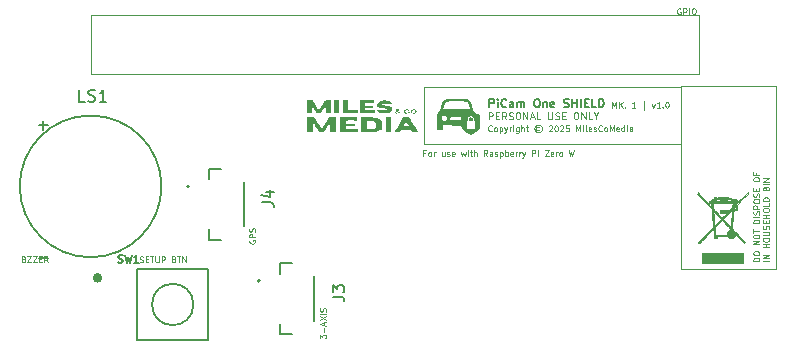
<source format=gto>
G04 #@! TF.GenerationSoftware,KiCad,Pcbnew,9.0.2*
G04 #@! TF.CreationDate,2025-06-26T16:26:48+10:00*
G04 #@! TF.ProjectId,PiCam HAT,50694361-6d20-4484-9154-2e6b69636164,rev?*
G04 #@! TF.SameCoordinates,Original*
G04 #@! TF.FileFunction,Legend,Top*
G04 #@! TF.FilePolarity,Positive*
%FSLAX46Y46*%
G04 Gerber Fmt 4.6, Leading zero omitted, Abs format (unit mm)*
G04 Created by KiCad (PCBNEW 9.0.2) date 2025-06-26 16:26:48*
%MOMM*%
%LPD*%
G01*
G04 APERTURE LIST*
%ADD10C,0.120000*%
%ADD11C,0.100000*%
%ADD12C,0.160000*%
%ADD13C,0.150000*%
%ADD14C,0.010000*%
%ADD15C,0.000000*%
%ADD16C,0.200000*%
%ADD17C,0.127000*%
%ADD18C,0.400000*%
G04 APERTURE END LIST*
D10*
X156500000Y-77000000D02*
X164500000Y-77000000D01*
X164500000Y-92517822D01*
X156500000Y-92517822D01*
X156500000Y-77000000D01*
X112500000Y-85500000D02*
G75*
G02*
X100500000Y-85500000I-6000000J0D01*
G01*
X100500000Y-85500000D02*
G75*
G02*
X112500000Y-85500000I6000000J0D01*
G01*
D11*
X163128637Y-91815163D02*
X162628637Y-91815163D01*
X162628637Y-91815163D02*
X162628637Y-91696115D01*
X162628637Y-91696115D02*
X162652447Y-91624687D01*
X162652447Y-91624687D02*
X162700066Y-91577068D01*
X162700066Y-91577068D02*
X162747685Y-91553258D01*
X162747685Y-91553258D02*
X162842923Y-91529449D01*
X162842923Y-91529449D02*
X162914351Y-91529449D01*
X162914351Y-91529449D02*
X163009589Y-91553258D01*
X163009589Y-91553258D02*
X163057208Y-91577068D01*
X163057208Y-91577068D02*
X163104828Y-91624687D01*
X163104828Y-91624687D02*
X163128637Y-91696115D01*
X163128637Y-91696115D02*
X163128637Y-91815163D01*
X162628637Y-91219925D02*
X162628637Y-91124687D01*
X162628637Y-91124687D02*
X162652447Y-91077068D01*
X162652447Y-91077068D02*
X162700066Y-91029449D01*
X162700066Y-91029449D02*
X162795304Y-91005639D01*
X162795304Y-91005639D02*
X162961970Y-91005639D01*
X162961970Y-91005639D02*
X163057208Y-91029449D01*
X163057208Y-91029449D02*
X163104828Y-91077068D01*
X163104828Y-91077068D02*
X163128637Y-91124687D01*
X163128637Y-91124687D02*
X163128637Y-91219925D01*
X163128637Y-91219925D02*
X163104828Y-91267544D01*
X163104828Y-91267544D02*
X163057208Y-91315163D01*
X163057208Y-91315163D02*
X162961970Y-91338972D01*
X162961970Y-91338972D02*
X162795304Y-91338972D01*
X162795304Y-91338972D02*
X162700066Y-91315163D01*
X162700066Y-91315163D02*
X162652447Y-91267544D01*
X162652447Y-91267544D02*
X162628637Y-91219925D01*
X163128637Y-90410401D02*
X162628637Y-90410401D01*
X162628637Y-90410401D02*
X163128637Y-90124687D01*
X163128637Y-90124687D02*
X162628637Y-90124687D01*
X162628637Y-89791353D02*
X162628637Y-89696115D01*
X162628637Y-89696115D02*
X162652447Y-89648496D01*
X162652447Y-89648496D02*
X162700066Y-89600877D01*
X162700066Y-89600877D02*
X162795304Y-89577067D01*
X162795304Y-89577067D02*
X162961970Y-89577067D01*
X162961970Y-89577067D02*
X163057208Y-89600877D01*
X163057208Y-89600877D02*
X163104828Y-89648496D01*
X163104828Y-89648496D02*
X163128637Y-89696115D01*
X163128637Y-89696115D02*
X163128637Y-89791353D01*
X163128637Y-89791353D02*
X163104828Y-89838972D01*
X163104828Y-89838972D02*
X163057208Y-89886591D01*
X163057208Y-89886591D02*
X162961970Y-89910400D01*
X162961970Y-89910400D02*
X162795304Y-89910400D01*
X162795304Y-89910400D02*
X162700066Y-89886591D01*
X162700066Y-89886591D02*
X162652447Y-89838972D01*
X162652447Y-89838972D02*
X162628637Y-89791353D01*
X162628637Y-89434209D02*
X162628637Y-89148495D01*
X163128637Y-89291352D02*
X162628637Y-89291352D01*
X163128637Y-88600877D02*
X162628637Y-88600877D01*
X162628637Y-88600877D02*
X162628637Y-88481829D01*
X162628637Y-88481829D02*
X162652447Y-88410401D01*
X162652447Y-88410401D02*
X162700066Y-88362782D01*
X162700066Y-88362782D02*
X162747685Y-88338972D01*
X162747685Y-88338972D02*
X162842923Y-88315163D01*
X162842923Y-88315163D02*
X162914351Y-88315163D01*
X162914351Y-88315163D02*
X163009589Y-88338972D01*
X163009589Y-88338972D02*
X163057208Y-88362782D01*
X163057208Y-88362782D02*
X163104828Y-88410401D01*
X163104828Y-88410401D02*
X163128637Y-88481829D01*
X163128637Y-88481829D02*
X163128637Y-88600877D01*
X163128637Y-88100877D02*
X162628637Y-88100877D01*
X163104828Y-87886591D02*
X163128637Y-87815163D01*
X163128637Y-87815163D02*
X163128637Y-87696115D01*
X163128637Y-87696115D02*
X163104828Y-87648496D01*
X163104828Y-87648496D02*
X163081018Y-87624687D01*
X163081018Y-87624687D02*
X163033399Y-87600877D01*
X163033399Y-87600877D02*
X162985780Y-87600877D01*
X162985780Y-87600877D02*
X162938161Y-87624687D01*
X162938161Y-87624687D02*
X162914351Y-87648496D01*
X162914351Y-87648496D02*
X162890542Y-87696115D01*
X162890542Y-87696115D02*
X162866732Y-87791353D01*
X162866732Y-87791353D02*
X162842923Y-87838972D01*
X162842923Y-87838972D02*
X162819113Y-87862782D01*
X162819113Y-87862782D02*
X162771494Y-87886591D01*
X162771494Y-87886591D02*
X162723875Y-87886591D01*
X162723875Y-87886591D02*
X162676256Y-87862782D01*
X162676256Y-87862782D02*
X162652447Y-87838972D01*
X162652447Y-87838972D02*
X162628637Y-87791353D01*
X162628637Y-87791353D02*
X162628637Y-87672306D01*
X162628637Y-87672306D02*
X162652447Y-87600877D01*
X163128637Y-87386592D02*
X162628637Y-87386592D01*
X162628637Y-87386592D02*
X162628637Y-87196116D01*
X162628637Y-87196116D02*
X162652447Y-87148497D01*
X162652447Y-87148497D02*
X162676256Y-87124687D01*
X162676256Y-87124687D02*
X162723875Y-87100878D01*
X162723875Y-87100878D02*
X162795304Y-87100878D01*
X162795304Y-87100878D02*
X162842923Y-87124687D01*
X162842923Y-87124687D02*
X162866732Y-87148497D01*
X162866732Y-87148497D02*
X162890542Y-87196116D01*
X162890542Y-87196116D02*
X162890542Y-87386592D01*
X162628637Y-86791354D02*
X162628637Y-86696116D01*
X162628637Y-86696116D02*
X162652447Y-86648497D01*
X162652447Y-86648497D02*
X162700066Y-86600878D01*
X162700066Y-86600878D02*
X162795304Y-86577068D01*
X162795304Y-86577068D02*
X162961970Y-86577068D01*
X162961970Y-86577068D02*
X163057208Y-86600878D01*
X163057208Y-86600878D02*
X163104828Y-86648497D01*
X163104828Y-86648497D02*
X163128637Y-86696116D01*
X163128637Y-86696116D02*
X163128637Y-86791354D01*
X163128637Y-86791354D02*
X163104828Y-86838973D01*
X163104828Y-86838973D02*
X163057208Y-86886592D01*
X163057208Y-86886592D02*
X162961970Y-86910401D01*
X162961970Y-86910401D02*
X162795304Y-86910401D01*
X162795304Y-86910401D02*
X162700066Y-86886592D01*
X162700066Y-86886592D02*
X162652447Y-86838973D01*
X162652447Y-86838973D02*
X162628637Y-86791354D01*
X163104828Y-86386591D02*
X163128637Y-86315163D01*
X163128637Y-86315163D02*
X163128637Y-86196115D01*
X163128637Y-86196115D02*
X163104828Y-86148496D01*
X163104828Y-86148496D02*
X163081018Y-86124687D01*
X163081018Y-86124687D02*
X163033399Y-86100877D01*
X163033399Y-86100877D02*
X162985780Y-86100877D01*
X162985780Y-86100877D02*
X162938161Y-86124687D01*
X162938161Y-86124687D02*
X162914351Y-86148496D01*
X162914351Y-86148496D02*
X162890542Y-86196115D01*
X162890542Y-86196115D02*
X162866732Y-86291353D01*
X162866732Y-86291353D02*
X162842923Y-86338972D01*
X162842923Y-86338972D02*
X162819113Y-86362782D01*
X162819113Y-86362782D02*
X162771494Y-86386591D01*
X162771494Y-86386591D02*
X162723875Y-86386591D01*
X162723875Y-86386591D02*
X162676256Y-86362782D01*
X162676256Y-86362782D02*
X162652447Y-86338972D01*
X162652447Y-86338972D02*
X162628637Y-86291353D01*
X162628637Y-86291353D02*
X162628637Y-86172306D01*
X162628637Y-86172306D02*
X162652447Y-86100877D01*
X162866732Y-85886592D02*
X162866732Y-85719925D01*
X163128637Y-85648497D02*
X163128637Y-85886592D01*
X163128637Y-85886592D02*
X162628637Y-85886592D01*
X162628637Y-85886592D02*
X162628637Y-85648497D01*
X162628637Y-84958021D02*
X162628637Y-84862783D01*
X162628637Y-84862783D02*
X162652447Y-84815164D01*
X162652447Y-84815164D02*
X162700066Y-84767545D01*
X162700066Y-84767545D02*
X162795304Y-84743735D01*
X162795304Y-84743735D02*
X162961970Y-84743735D01*
X162961970Y-84743735D02*
X163057208Y-84767545D01*
X163057208Y-84767545D02*
X163104828Y-84815164D01*
X163104828Y-84815164D02*
X163128637Y-84862783D01*
X163128637Y-84862783D02*
X163128637Y-84958021D01*
X163128637Y-84958021D02*
X163104828Y-85005640D01*
X163104828Y-85005640D02*
X163057208Y-85053259D01*
X163057208Y-85053259D02*
X162961970Y-85077068D01*
X162961970Y-85077068D02*
X162795304Y-85077068D01*
X162795304Y-85077068D02*
X162700066Y-85053259D01*
X162700066Y-85053259D02*
X162652447Y-85005640D01*
X162652447Y-85005640D02*
X162628637Y-84958021D01*
X162866732Y-84362782D02*
X162866732Y-84529449D01*
X163128637Y-84529449D02*
X162628637Y-84529449D01*
X162628637Y-84529449D02*
X162628637Y-84291354D01*
X163933609Y-91815163D02*
X163433609Y-91815163D01*
X163933609Y-91577068D02*
X163433609Y-91577068D01*
X163433609Y-91577068D02*
X163933609Y-91291354D01*
X163933609Y-91291354D02*
X163433609Y-91291354D01*
X163933609Y-90672306D02*
X163433609Y-90672306D01*
X163671704Y-90672306D02*
X163671704Y-90386592D01*
X163933609Y-90386592D02*
X163433609Y-90386592D01*
X163433609Y-90053258D02*
X163433609Y-89958020D01*
X163433609Y-89958020D02*
X163457419Y-89910401D01*
X163457419Y-89910401D02*
X163505038Y-89862782D01*
X163505038Y-89862782D02*
X163600276Y-89838972D01*
X163600276Y-89838972D02*
X163766942Y-89838972D01*
X163766942Y-89838972D02*
X163862180Y-89862782D01*
X163862180Y-89862782D02*
X163909800Y-89910401D01*
X163909800Y-89910401D02*
X163933609Y-89958020D01*
X163933609Y-89958020D02*
X163933609Y-90053258D01*
X163933609Y-90053258D02*
X163909800Y-90100877D01*
X163909800Y-90100877D02*
X163862180Y-90148496D01*
X163862180Y-90148496D02*
X163766942Y-90172305D01*
X163766942Y-90172305D02*
X163600276Y-90172305D01*
X163600276Y-90172305D02*
X163505038Y-90148496D01*
X163505038Y-90148496D02*
X163457419Y-90100877D01*
X163457419Y-90100877D02*
X163433609Y-90053258D01*
X163433609Y-89624686D02*
X163838371Y-89624686D01*
X163838371Y-89624686D02*
X163885990Y-89600876D01*
X163885990Y-89600876D02*
X163909800Y-89577067D01*
X163909800Y-89577067D02*
X163933609Y-89529448D01*
X163933609Y-89529448D02*
X163933609Y-89434210D01*
X163933609Y-89434210D02*
X163909800Y-89386591D01*
X163909800Y-89386591D02*
X163885990Y-89362781D01*
X163885990Y-89362781D02*
X163838371Y-89338972D01*
X163838371Y-89338972D02*
X163433609Y-89338972D01*
X163909800Y-89124685D02*
X163933609Y-89053257D01*
X163933609Y-89053257D02*
X163933609Y-88934209D01*
X163933609Y-88934209D02*
X163909800Y-88886590D01*
X163909800Y-88886590D02*
X163885990Y-88862781D01*
X163885990Y-88862781D02*
X163838371Y-88838971D01*
X163838371Y-88838971D02*
X163790752Y-88838971D01*
X163790752Y-88838971D02*
X163743133Y-88862781D01*
X163743133Y-88862781D02*
X163719323Y-88886590D01*
X163719323Y-88886590D02*
X163695514Y-88934209D01*
X163695514Y-88934209D02*
X163671704Y-89029447D01*
X163671704Y-89029447D02*
X163647895Y-89077066D01*
X163647895Y-89077066D02*
X163624085Y-89100876D01*
X163624085Y-89100876D02*
X163576466Y-89124685D01*
X163576466Y-89124685D02*
X163528847Y-89124685D01*
X163528847Y-89124685D02*
X163481228Y-89100876D01*
X163481228Y-89100876D02*
X163457419Y-89077066D01*
X163457419Y-89077066D02*
X163433609Y-89029447D01*
X163433609Y-89029447D02*
X163433609Y-88910400D01*
X163433609Y-88910400D02*
X163457419Y-88838971D01*
X163671704Y-88624686D02*
X163671704Y-88458019D01*
X163933609Y-88386591D02*
X163933609Y-88624686D01*
X163933609Y-88624686D02*
X163433609Y-88624686D01*
X163433609Y-88624686D02*
X163433609Y-88386591D01*
X163933609Y-88172305D02*
X163433609Y-88172305D01*
X163671704Y-88172305D02*
X163671704Y-87886591D01*
X163933609Y-87886591D02*
X163433609Y-87886591D01*
X163433609Y-87553257D02*
X163433609Y-87458019D01*
X163433609Y-87458019D02*
X163457419Y-87410400D01*
X163457419Y-87410400D02*
X163505038Y-87362781D01*
X163505038Y-87362781D02*
X163600276Y-87338971D01*
X163600276Y-87338971D02*
X163766942Y-87338971D01*
X163766942Y-87338971D02*
X163862180Y-87362781D01*
X163862180Y-87362781D02*
X163909800Y-87410400D01*
X163909800Y-87410400D02*
X163933609Y-87458019D01*
X163933609Y-87458019D02*
X163933609Y-87553257D01*
X163933609Y-87553257D02*
X163909800Y-87600876D01*
X163909800Y-87600876D02*
X163862180Y-87648495D01*
X163862180Y-87648495D02*
X163766942Y-87672304D01*
X163766942Y-87672304D02*
X163600276Y-87672304D01*
X163600276Y-87672304D02*
X163505038Y-87648495D01*
X163505038Y-87648495D02*
X163457419Y-87600876D01*
X163457419Y-87600876D02*
X163433609Y-87553257D01*
X163933609Y-86886590D02*
X163933609Y-87124685D01*
X163933609Y-87124685D02*
X163433609Y-87124685D01*
X163933609Y-86719923D02*
X163433609Y-86719923D01*
X163433609Y-86719923D02*
X163433609Y-86600875D01*
X163433609Y-86600875D02*
X163457419Y-86529447D01*
X163457419Y-86529447D02*
X163505038Y-86481828D01*
X163505038Y-86481828D02*
X163552657Y-86458018D01*
X163552657Y-86458018D02*
X163647895Y-86434209D01*
X163647895Y-86434209D02*
X163719323Y-86434209D01*
X163719323Y-86434209D02*
X163814561Y-86458018D01*
X163814561Y-86458018D02*
X163862180Y-86481828D01*
X163862180Y-86481828D02*
X163909800Y-86529447D01*
X163909800Y-86529447D02*
X163933609Y-86600875D01*
X163933609Y-86600875D02*
X163933609Y-86719923D01*
X163671704Y-85672304D02*
X163695514Y-85600876D01*
X163695514Y-85600876D02*
X163719323Y-85577066D01*
X163719323Y-85577066D02*
X163766942Y-85553257D01*
X163766942Y-85553257D02*
X163838371Y-85553257D01*
X163838371Y-85553257D02*
X163885990Y-85577066D01*
X163885990Y-85577066D02*
X163909800Y-85600876D01*
X163909800Y-85600876D02*
X163933609Y-85648495D01*
X163933609Y-85648495D02*
X163933609Y-85838971D01*
X163933609Y-85838971D02*
X163433609Y-85838971D01*
X163433609Y-85838971D02*
X163433609Y-85672304D01*
X163433609Y-85672304D02*
X163457419Y-85624685D01*
X163457419Y-85624685D02*
X163481228Y-85600876D01*
X163481228Y-85600876D02*
X163528847Y-85577066D01*
X163528847Y-85577066D02*
X163576466Y-85577066D01*
X163576466Y-85577066D02*
X163624085Y-85600876D01*
X163624085Y-85600876D02*
X163647895Y-85624685D01*
X163647895Y-85624685D02*
X163671704Y-85672304D01*
X163671704Y-85672304D02*
X163671704Y-85838971D01*
X163933609Y-85338971D02*
X163433609Y-85338971D01*
X163933609Y-85100876D02*
X163433609Y-85100876D01*
X163433609Y-85100876D02*
X163933609Y-84815162D01*
X163933609Y-84815162D02*
X163433609Y-84815162D01*
X156446741Y-70457419D02*
X156399122Y-70433609D01*
X156399122Y-70433609D02*
X156327693Y-70433609D01*
X156327693Y-70433609D02*
X156256265Y-70457419D01*
X156256265Y-70457419D02*
X156208646Y-70505038D01*
X156208646Y-70505038D02*
X156184836Y-70552657D01*
X156184836Y-70552657D02*
X156161027Y-70647895D01*
X156161027Y-70647895D02*
X156161027Y-70719323D01*
X156161027Y-70719323D02*
X156184836Y-70814561D01*
X156184836Y-70814561D02*
X156208646Y-70862180D01*
X156208646Y-70862180D02*
X156256265Y-70909800D01*
X156256265Y-70909800D02*
X156327693Y-70933609D01*
X156327693Y-70933609D02*
X156375312Y-70933609D01*
X156375312Y-70933609D02*
X156446741Y-70909800D01*
X156446741Y-70909800D02*
X156470550Y-70885990D01*
X156470550Y-70885990D02*
X156470550Y-70719323D01*
X156470550Y-70719323D02*
X156375312Y-70719323D01*
X156684836Y-70933609D02*
X156684836Y-70433609D01*
X156684836Y-70433609D02*
X156875312Y-70433609D01*
X156875312Y-70433609D02*
X156922931Y-70457419D01*
X156922931Y-70457419D02*
X156946741Y-70481228D01*
X156946741Y-70481228D02*
X156970550Y-70528847D01*
X156970550Y-70528847D02*
X156970550Y-70600276D01*
X156970550Y-70600276D02*
X156946741Y-70647895D01*
X156946741Y-70647895D02*
X156922931Y-70671704D01*
X156922931Y-70671704D02*
X156875312Y-70695514D01*
X156875312Y-70695514D02*
X156684836Y-70695514D01*
X157184836Y-70933609D02*
X157184836Y-70433609D01*
X157518169Y-70433609D02*
X157613407Y-70433609D01*
X157613407Y-70433609D02*
X157661026Y-70457419D01*
X157661026Y-70457419D02*
X157708645Y-70505038D01*
X157708645Y-70505038D02*
X157732455Y-70600276D01*
X157732455Y-70600276D02*
X157732455Y-70766942D01*
X157732455Y-70766942D02*
X157708645Y-70862180D01*
X157708645Y-70862180D02*
X157661026Y-70909800D01*
X157661026Y-70909800D02*
X157613407Y-70933609D01*
X157613407Y-70933609D02*
X157518169Y-70933609D01*
X157518169Y-70933609D02*
X157470550Y-70909800D01*
X157470550Y-70909800D02*
X157422931Y-70862180D01*
X157422931Y-70862180D02*
X157399122Y-70766942D01*
X157399122Y-70766942D02*
X157399122Y-70600276D01*
X157399122Y-70600276D02*
X157422931Y-70505038D01*
X157422931Y-70505038D02*
X157470550Y-70457419D01*
X157470550Y-70457419D02*
X157518169Y-70433609D01*
D10*
X106500000Y-71000000D02*
X158000000Y-71000000D01*
X158000000Y-76000000D01*
X106500000Y-76000000D01*
X106500000Y-71000000D01*
D11*
X100851503Y-91671704D02*
X100922931Y-91695514D01*
X100922931Y-91695514D02*
X100946741Y-91719323D01*
X100946741Y-91719323D02*
X100970550Y-91766942D01*
X100970550Y-91766942D02*
X100970550Y-91838371D01*
X100970550Y-91838371D02*
X100946741Y-91885990D01*
X100946741Y-91885990D02*
X100922931Y-91909800D01*
X100922931Y-91909800D02*
X100875312Y-91933609D01*
X100875312Y-91933609D02*
X100684836Y-91933609D01*
X100684836Y-91933609D02*
X100684836Y-91433609D01*
X100684836Y-91433609D02*
X100851503Y-91433609D01*
X100851503Y-91433609D02*
X100899122Y-91457419D01*
X100899122Y-91457419D02*
X100922931Y-91481228D01*
X100922931Y-91481228D02*
X100946741Y-91528847D01*
X100946741Y-91528847D02*
X100946741Y-91576466D01*
X100946741Y-91576466D02*
X100922931Y-91624085D01*
X100922931Y-91624085D02*
X100899122Y-91647895D01*
X100899122Y-91647895D02*
X100851503Y-91671704D01*
X100851503Y-91671704D02*
X100684836Y-91671704D01*
X101137217Y-91433609D02*
X101470550Y-91433609D01*
X101470550Y-91433609D02*
X101137217Y-91933609D01*
X101137217Y-91933609D02*
X101470550Y-91933609D01*
X101613407Y-91433609D02*
X101946740Y-91433609D01*
X101946740Y-91433609D02*
X101613407Y-91933609D01*
X101613407Y-91933609D02*
X101946740Y-91933609D01*
X102137216Y-91671704D02*
X102303883Y-91671704D01*
X102375311Y-91933609D02*
X102137216Y-91933609D01*
X102137216Y-91933609D02*
X102137216Y-91433609D01*
X102137216Y-91433609D02*
X102375311Y-91433609D01*
X102875311Y-91933609D02*
X102708645Y-91695514D01*
X102589597Y-91933609D02*
X102589597Y-91433609D01*
X102589597Y-91433609D02*
X102780073Y-91433609D01*
X102780073Y-91433609D02*
X102827692Y-91457419D01*
X102827692Y-91457419D02*
X102851502Y-91481228D01*
X102851502Y-91481228D02*
X102875311Y-91528847D01*
X102875311Y-91528847D02*
X102875311Y-91600276D01*
X102875311Y-91600276D02*
X102851502Y-91647895D01*
X102851502Y-91647895D02*
X102827692Y-91671704D01*
X102827692Y-91671704D02*
X102780073Y-91695514D01*
X102780073Y-91695514D02*
X102589597Y-91695514D01*
X110661027Y-91909800D02*
X110732455Y-91933609D01*
X110732455Y-91933609D02*
X110851503Y-91933609D01*
X110851503Y-91933609D02*
X110899122Y-91909800D01*
X110899122Y-91909800D02*
X110922931Y-91885990D01*
X110922931Y-91885990D02*
X110946741Y-91838371D01*
X110946741Y-91838371D02*
X110946741Y-91790752D01*
X110946741Y-91790752D02*
X110922931Y-91743133D01*
X110922931Y-91743133D02*
X110899122Y-91719323D01*
X110899122Y-91719323D02*
X110851503Y-91695514D01*
X110851503Y-91695514D02*
X110756265Y-91671704D01*
X110756265Y-91671704D02*
X110708646Y-91647895D01*
X110708646Y-91647895D02*
X110684836Y-91624085D01*
X110684836Y-91624085D02*
X110661027Y-91576466D01*
X110661027Y-91576466D02*
X110661027Y-91528847D01*
X110661027Y-91528847D02*
X110684836Y-91481228D01*
X110684836Y-91481228D02*
X110708646Y-91457419D01*
X110708646Y-91457419D02*
X110756265Y-91433609D01*
X110756265Y-91433609D02*
X110875312Y-91433609D01*
X110875312Y-91433609D02*
X110946741Y-91457419D01*
X111161026Y-91671704D02*
X111327693Y-91671704D01*
X111399121Y-91933609D02*
X111161026Y-91933609D01*
X111161026Y-91933609D02*
X111161026Y-91433609D01*
X111161026Y-91433609D02*
X111399121Y-91433609D01*
X111541979Y-91433609D02*
X111827693Y-91433609D01*
X111684836Y-91933609D02*
X111684836Y-91433609D01*
X111994359Y-91433609D02*
X111994359Y-91838371D01*
X111994359Y-91838371D02*
X112018169Y-91885990D01*
X112018169Y-91885990D02*
X112041978Y-91909800D01*
X112041978Y-91909800D02*
X112089597Y-91933609D01*
X112089597Y-91933609D02*
X112184835Y-91933609D01*
X112184835Y-91933609D02*
X112232454Y-91909800D01*
X112232454Y-91909800D02*
X112256264Y-91885990D01*
X112256264Y-91885990D02*
X112280073Y-91838371D01*
X112280073Y-91838371D02*
X112280073Y-91433609D01*
X112518169Y-91933609D02*
X112518169Y-91433609D01*
X112518169Y-91433609D02*
X112708645Y-91433609D01*
X112708645Y-91433609D02*
X112756264Y-91457419D01*
X112756264Y-91457419D02*
X112780074Y-91481228D01*
X112780074Y-91481228D02*
X112803883Y-91528847D01*
X112803883Y-91528847D02*
X112803883Y-91600276D01*
X112803883Y-91600276D02*
X112780074Y-91647895D01*
X112780074Y-91647895D02*
X112756264Y-91671704D01*
X112756264Y-91671704D02*
X112708645Y-91695514D01*
X112708645Y-91695514D02*
X112518169Y-91695514D01*
X113565788Y-91671704D02*
X113637216Y-91695514D01*
X113637216Y-91695514D02*
X113661026Y-91719323D01*
X113661026Y-91719323D02*
X113684835Y-91766942D01*
X113684835Y-91766942D02*
X113684835Y-91838371D01*
X113684835Y-91838371D02*
X113661026Y-91885990D01*
X113661026Y-91885990D02*
X113637216Y-91909800D01*
X113637216Y-91909800D02*
X113589597Y-91933609D01*
X113589597Y-91933609D02*
X113399121Y-91933609D01*
X113399121Y-91933609D02*
X113399121Y-91433609D01*
X113399121Y-91433609D02*
X113565788Y-91433609D01*
X113565788Y-91433609D02*
X113613407Y-91457419D01*
X113613407Y-91457419D02*
X113637216Y-91481228D01*
X113637216Y-91481228D02*
X113661026Y-91528847D01*
X113661026Y-91528847D02*
X113661026Y-91576466D01*
X113661026Y-91576466D02*
X113637216Y-91624085D01*
X113637216Y-91624085D02*
X113613407Y-91647895D01*
X113613407Y-91647895D02*
X113565788Y-91671704D01*
X113565788Y-91671704D02*
X113399121Y-91671704D01*
X113827693Y-91433609D02*
X114113407Y-91433609D01*
X113970550Y-91933609D02*
X113970550Y-91433609D01*
X114280073Y-91933609D02*
X114280073Y-91433609D01*
X114280073Y-91433609D02*
X114565787Y-91933609D01*
X114565787Y-91933609D02*
X114565787Y-91433609D01*
X125933609Y-98362782D02*
X125933609Y-98053258D01*
X125933609Y-98053258D02*
X126124085Y-98219925D01*
X126124085Y-98219925D02*
X126124085Y-98148496D01*
X126124085Y-98148496D02*
X126147895Y-98100877D01*
X126147895Y-98100877D02*
X126171704Y-98077068D01*
X126171704Y-98077068D02*
X126219323Y-98053258D01*
X126219323Y-98053258D02*
X126338371Y-98053258D01*
X126338371Y-98053258D02*
X126385990Y-98077068D01*
X126385990Y-98077068D02*
X126409800Y-98100877D01*
X126409800Y-98100877D02*
X126433609Y-98148496D01*
X126433609Y-98148496D02*
X126433609Y-98291353D01*
X126433609Y-98291353D02*
X126409800Y-98338972D01*
X126409800Y-98338972D02*
X126385990Y-98362782D01*
X126243133Y-97838973D02*
X126243133Y-97458021D01*
X126290752Y-97243734D02*
X126290752Y-97005639D01*
X126433609Y-97291353D02*
X125933609Y-97124687D01*
X125933609Y-97124687D02*
X126433609Y-96958020D01*
X125933609Y-96838973D02*
X126433609Y-96505640D01*
X125933609Y-96505640D02*
X126433609Y-96838973D01*
X126433609Y-96315164D02*
X125933609Y-96315164D01*
X126409800Y-96100878D02*
X126433609Y-96029450D01*
X126433609Y-96029450D02*
X126433609Y-95910402D01*
X126433609Y-95910402D02*
X126409800Y-95862783D01*
X126409800Y-95862783D02*
X126385990Y-95838974D01*
X126385990Y-95838974D02*
X126338371Y-95815164D01*
X126338371Y-95815164D02*
X126290752Y-95815164D01*
X126290752Y-95815164D02*
X126243133Y-95838974D01*
X126243133Y-95838974D02*
X126219323Y-95862783D01*
X126219323Y-95862783D02*
X126195514Y-95910402D01*
X126195514Y-95910402D02*
X126171704Y-96005640D01*
X126171704Y-96005640D02*
X126147895Y-96053259D01*
X126147895Y-96053259D02*
X126124085Y-96077069D01*
X126124085Y-96077069D02*
X126076466Y-96100878D01*
X126076466Y-96100878D02*
X126028847Y-96100878D01*
X126028847Y-96100878D02*
X125981228Y-96077069D01*
X125981228Y-96077069D02*
X125957419Y-96053259D01*
X125957419Y-96053259D02*
X125933609Y-96005640D01*
X125933609Y-96005640D02*
X125933609Y-95886593D01*
X125933609Y-95886593D02*
X125957419Y-95815164D01*
X119957419Y-90053258D02*
X119933609Y-90100877D01*
X119933609Y-90100877D02*
X119933609Y-90172306D01*
X119933609Y-90172306D02*
X119957419Y-90243734D01*
X119957419Y-90243734D02*
X120005038Y-90291353D01*
X120005038Y-90291353D02*
X120052657Y-90315163D01*
X120052657Y-90315163D02*
X120147895Y-90338972D01*
X120147895Y-90338972D02*
X120219323Y-90338972D01*
X120219323Y-90338972D02*
X120314561Y-90315163D01*
X120314561Y-90315163D02*
X120362180Y-90291353D01*
X120362180Y-90291353D02*
X120409800Y-90243734D01*
X120409800Y-90243734D02*
X120433609Y-90172306D01*
X120433609Y-90172306D02*
X120433609Y-90124687D01*
X120433609Y-90124687D02*
X120409800Y-90053258D01*
X120409800Y-90053258D02*
X120385990Y-90029449D01*
X120385990Y-90029449D02*
X120219323Y-90029449D01*
X120219323Y-90029449D02*
X120219323Y-90124687D01*
X120433609Y-89815163D02*
X119933609Y-89815163D01*
X119933609Y-89815163D02*
X119933609Y-89624687D01*
X119933609Y-89624687D02*
X119957419Y-89577068D01*
X119957419Y-89577068D02*
X119981228Y-89553258D01*
X119981228Y-89553258D02*
X120028847Y-89529449D01*
X120028847Y-89529449D02*
X120100276Y-89529449D01*
X120100276Y-89529449D02*
X120147895Y-89553258D01*
X120147895Y-89553258D02*
X120171704Y-89577068D01*
X120171704Y-89577068D02*
X120195514Y-89624687D01*
X120195514Y-89624687D02*
X120195514Y-89815163D01*
X120409800Y-89338972D02*
X120433609Y-89267544D01*
X120433609Y-89267544D02*
X120433609Y-89148496D01*
X120433609Y-89148496D02*
X120409800Y-89100877D01*
X120409800Y-89100877D02*
X120385990Y-89077068D01*
X120385990Y-89077068D02*
X120338371Y-89053258D01*
X120338371Y-89053258D02*
X120290752Y-89053258D01*
X120290752Y-89053258D02*
X120243133Y-89077068D01*
X120243133Y-89077068D02*
X120219323Y-89100877D01*
X120219323Y-89100877D02*
X120195514Y-89148496D01*
X120195514Y-89148496D02*
X120171704Y-89243734D01*
X120171704Y-89243734D02*
X120147895Y-89291353D01*
X120147895Y-89291353D02*
X120124085Y-89315163D01*
X120124085Y-89315163D02*
X120076466Y-89338972D01*
X120076466Y-89338972D02*
X120028847Y-89338972D01*
X120028847Y-89338972D02*
X119981228Y-89315163D01*
X119981228Y-89315163D02*
X119957419Y-89291353D01*
X119957419Y-89291353D02*
X119933609Y-89243734D01*
X119933609Y-89243734D02*
X119933609Y-89124687D01*
X119933609Y-89124687D02*
X119957419Y-89053258D01*
X134851503Y-82671704D02*
X134684836Y-82671704D01*
X134684836Y-82933609D02*
X134684836Y-82433609D01*
X134684836Y-82433609D02*
X134922931Y-82433609D01*
X135184836Y-82933609D02*
X135137217Y-82909800D01*
X135137217Y-82909800D02*
X135113407Y-82885990D01*
X135113407Y-82885990D02*
X135089598Y-82838371D01*
X135089598Y-82838371D02*
X135089598Y-82695514D01*
X135089598Y-82695514D02*
X135113407Y-82647895D01*
X135113407Y-82647895D02*
X135137217Y-82624085D01*
X135137217Y-82624085D02*
X135184836Y-82600276D01*
X135184836Y-82600276D02*
X135256264Y-82600276D01*
X135256264Y-82600276D02*
X135303883Y-82624085D01*
X135303883Y-82624085D02*
X135327693Y-82647895D01*
X135327693Y-82647895D02*
X135351502Y-82695514D01*
X135351502Y-82695514D02*
X135351502Y-82838371D01*
X135351502Y-82838371D02*
X135327693Y-82885990D01*
X135327693Y-82885990D02*
X135303883Y-82909800D01*
X135303883Y-82909800D02*
X135256264Y-82933609D01*
X135256264Y-82933609D02*
X135184836Y-82933609D01*
X135565788Y-82933609D02*
X135565788Y-82600276D01*
X135565788Y-82695514D02*
X135589598Y-82647895D01*
X135589598Y-82647895D02*
X135613407Y-82624085D01*
X135613407Y-82624085D02*
X135661026Y-82600276D01*
X135661026Y-82600276D02*
X135708645Y-82600276D01*
X136470550Y-82600276D02*
X136470550Y-82933609D01*
X136256264Y-82600276D02*
X136256264Y-82862180D01*
X136256264Y-82862180D02*
X136280074Y-82909800D01*
X136280074Y-82909800D02*
X136327693Y-82933609D01*
X136327693Y-82933609D02*
X136399121Y-82933609D01*
X136399121Y-82933609D02*
X136446740Y-82909800D01*
X136446740Y-82909800D02*
X136470550Y-82885990D01*
X136684836Y-82909800D02*
X136732455Y-82933609D01*
X136732455Y-82933609D02*
X136827693Y-82933609D01*
X136827693Y-82933609D02*
X136875312Y-82909800D01*
X136875312Y-82909800D02*
X136899121Y-82862180D01*
X136899121Y-82862180D02*
X136899121Y-82838371D01*
X136899121Y-82838371D02*
X136875312Y-82790752D01*
X136875312Y-82790752D02*
X136827693Y-82766942D01*
X136827693Y-82766942D02*
X136756264Y-82766942D01*
X136756264Y-82766942D02*
X136708645Y-82743133D01*
X136708645Y-82743133D02*
X136684836Y-82695514D01*
X136684836Y-82695514D02*
X136684836Y-82671704D01*
X136684836Y-82671704D02*
X136708645Y-82624085D01*
X136708645Y-82624085D02*
X136756264Y-82600276D01*
X136756264Y-82600276D02*
X136827693Y-82600276D01*
X136827693Y-82600276D02*
X136875312Y-82624085D01*
X137303883Y-82909800D02*
X137256264Y-82933609D01*
X137256264Y-82933609D02*
X137161026Y-82933609D01*
X137161026Y-82933609D02*
X137113407Y-82909800D01*
X137113407Y-82909800D02*
X137089598Y-82862180D01*
X137089598Y-82862180D02*
X137089598Y-82671704D01*
X137089598Y-82671704D02*
X137113407Y-82624085D01*
X137113407Y-82624085D02*
X137161026Y-82600276D01*
X137161026Y-82600276D02*
X137256264Y-82600276D01*
X137256264Y-82600276D02*
X137303883Y-82624085D01*
X137303883Y-82624085D02*
X137327693Y-82671704D01*
X137327693Y-82671704D02*
X137327693Y-82719323D01*
X137327693Y-82719323D02*
X137089598Y-82766942D01*
X137875311Y-82600276D02*
X137970549Y-82933609D01*
X137970549Y-82933609D02*
X138065787Y-82695514D01*
X138065787Y-82695514D02*
X138161025Y-82933609D01*
X138161025Y-82933609D02*
X138256263Y-82600276D01*
X138446740Y-82933609D02*
X138446740Y-82600276D01*
X138446740Y-82433609D02*
X138422931Y-82457419D01*
X138422931Y-82457419D02*
X138446740Y-82481228D01*
X138446740Y-82481228D02*
X138470550Y-82457419D01*
X138470550Y-82457419D02*
X138446740Y-82433609D01*
X138446740Y-82433609D02*
X138446740Y-82481228D01*
X138613407Y-82600276D02*
X138803883Y-82600276D01*
X138684835Y-82433609D02*
X138684835Y-82862180D01*
X138684835Y-82862180D02*
X138708645Y-82909800D01*
X138708645Y-82909800D02*
X138756264Y-82933609D01*
X138756264Y-82933609D02*
X138803883Y-82933609D01*
X138970549Y-82933609D02*
X138970549Y-82433609D01*
X139184835Y-82933609D02*
X139184835Y-82671704D01*
X139184835Y-82671704D02*
X139161025Y-82624085D01*
X139161025Y-82624085D02*
X139113406Y-82600276D01*
X139113406Y-82600276D02*
X139041978Y-82600276D01*
X139041978Y-82600276D02*
X138994359Y-82624085D01*
X138994359Y-82624085D02*
X138970549Y-82647895D01*
X140089596Y-82933609D02*
X139922930Y-82695514D01*
X139803882Y-82933609D02*
X139803882Y-82433609D01*
X139803882Y-82433609D02*
X139994358Y-82433609D01*
X139994358Y-82433609D02*
X140041977Y-82457419D01*
X140041977Y-82457419D02*
X140065787Y-82481228D01*
X140065787Y-82481228D02*
X140089596Y-82528847D01*
X140089596Y-82528847D02*
X140089596Y-82600276D01*
X140089596Y-82600276D02*
X140065787Y-82647895D01*
X140065787Y-82647895D02*
X140041977Y-82671704D01*
X140041977Y-82671704D02*
X139994358Y-82695514D01*
X139994358Y-82695514D02*
X139803882Y-82695514D01*
X140518168Y-82933609D02*
X140518168Y-82671704D01*
X140518168Y-82671704D02*
X140494358Y-82624085D01*
X140494358Y-82624085D02*
X140446739Y-82600276D01*
X140446739Y-82600276D02*
X140351501Y-82600276D01*
X140351501Y-82600276D02*
X140303882Y-82624085D01*
X140518168Y-82909800D02*
X140470549Y-82933609D01*
X140470549Y-82933609D02*
X140351501Y-82933609D01*
X140351501Y-82933609D02*
X140303882Y-82909800D01*
X140303882Y-82909800D02*
X140280073Y-82862180D01*
X140280073Y-82862180D02*
X140280073Y-82814561D01*
X140280073Y-82814561D02*
X140303882Y-82766942D01*
X140303882Y-82766942D02*
X140351501Y-82743133D01*
X140351501Y-82743133D02*
X140470549Y-82743133D01*
X140470549Y-82743133D02*
X140518168Y-82719323D01*
X140732454Y-82909800D02*
X140780073Y-82933609D01*
X140780073Y-82933609D02*
X140875311Y-82933609D01*
X140875311Y-82933609D02*
X140922930Y-82909800D01*
X140922930Y-82909800D02*
X140946739Y-82862180D01*
X140946739Y-82862180D02*
X140946739Y-82838371D01*
X140946739Y-82838371D02*
X140922930Y-82790752D01*
X140922930Y-82790752D02*
X140875311Y-82766942D01*
X140875311Y-82766942D02*
X140803882Y-82766942D01*
X140803882Y-82766942D02*
X140756263Y-82743133D01*
X140756263Y-82743133D02*
X140732454Y-82695514D01*
X140732454Y-82695514D02*
X140732454Y-82671704D01*
X140732454Y-82671704D02*
X140756263Y-82624085D01*
X140756263Y-82624085D02*
X140803882Y-82600276D01*
X140803882Y-82600276D02*
X140875311Y-82600276D01*
X140875311Y-82600276D02*
X140922930Y-82624085D01*
X141161025Y-82600276D02*
X141161025Y-83100276D01*
X141161025Y-82624085D02*
X141208644Y-82600276D01*
X141208644Y-82600276D02*
X141303882Y-82600276D01*
X141303882Y-82600276D02*
X141351501Y-82624085D01*
X141351501Y-82624085D02*
X141375311Y-82647895D01*
X141375311Y-82647895D02*
X141399120Y-82695514D01*
X141399120Y-82695514D02*
X141399120Y-82838371D01*
X141399120Y-82838371D02*
X141375311Y-82885990D01*
X141375311Y-82885990D02*
X141351501Y-82909800D01*
X141351501Y-82909800D02*
X141303882Y-82933609D01*
X141303882Y-82933609D02*
X141208644Y-82933609D01*
X141208644Y-82933609D02*
X141161025Y-82909800D01*
X141613406Y-82933609D02*
X141613406Y-82433609D01*
X141613406Y-82624085D02*
X141661025Y-82600276D01*
X141661025Y-82600276D02*
X141756263Y-82600276D01*
X141756263Y-82600276D02*
X141803882Y-82624085D01*
X141803882Y-82624085D02*
X141827692Y-82647895D01*
X141827692Y-82647895D02*
X141851501Y-82695514D01*
X141851501Y-82695514D02*
X141851501Y-82838371D01*
X141851501Y-82838371D02*
X141827692Y-82885990D01*
X141827692Y-82885990D02*
X141803882Y-82909800D01*
X141803882Y-82909800D02*
X141756263Y-82933609D01*
X141756263Y-82933609D02*
X141661025Y-82933609D01*
X141661025Y-82933609D02*
X141613406Y-82909800D01*
X142256263Y-82909800D02*
X142208644Y-82933609D01*
X142208644Y-82933609D02*
X142113406Y-82933609D01*
X142113406Y-82933609D02*
X142065787Y-82909800D01*
X142065787Y-82909800D02*
X142041978Y-82862180D01*
X142041978Y-82862180D02*
X142041978Y-82671704D01*
X142041978Y-82671704D02*
X142065787Y-82624085D01*
X142065787Y-82624085D02*
X142113406Y-82600276D01*
X142113406Y-82600276D02*
X142208644Y-82600276D01*
X142208644Y-82600276D02*
X142256263Y-82624085D01*
X142256263Y-82624085D02*
X142280073Y-82671704D01*
X142280073Y-82671704D02*
X142280073Y-82719323D01*
X142280073Y-82719323D02*
X142041978Y-82766942D01*
X142494358Y-82933609D02*
X142494358Y-82600276D01*
X142494358Y-82695514D02*
X142518168Y-82647895D01*
X142518168Y-82647895D02*
X142541977Y-82624085D01*
X142541977Y-82624085D02*
X142589596Y-82600276D01*
X142589596Y-82600276D02*
X142637215Y-82600276D01*
X142803882Y-82933609D02*
X142803882Y-82600276D01*
X142803882Y-82695514D02*
X142827692Y-82647895D01*
X142827692Y-82647895D02*
X142851501Y-82624085D01*
X142851501Y-82624085D02*
X142899120Y-82600276D01*
X142899120Y-82600276D02*
X142946739Y-82600276D01*
X143065787Y-82600276D02*
X143184835Y-82933609D01*
X143303882Y-82600276D02*
X143184835Y-82933609D01*
X143184835Y-82933609D02*
X143137216Y-83052657D01*
X143137216Y-83052657D02*
X143113406Y-83076466D01*
X143113406Y-83076466D02*
X143065787Y-83100276D01*
X143875310Y-82933609D02*
X143875310Y-82433609D01*
X143875310Y-82433609D02*
X144065786Y-82433609D01*
X144065786Y-82433609D02*
X144113405Y-82457419D01*
X144113405Y-82457419D02*
X144137215Y-82481228D01*
X144137215Y-82481228D02*
X144161024Y-82528847D01*
X144161024Y-82528847D02*
X144161024Y-82600276D01*
X144161024Y-82600276D02*
X144137215Y-82647895D01*
X144137215Y-82647895D02*
X144113405Y-82671704D01*
X144113405Y-82671704D02*
X144065786Y-82695514D01*
X144065786Y-82695514D02*
X143875310Y-82695514D01*
X144375310Y-82933609D02*
X144375310Y-82600276D01*
X144375310Y-82433609D02*
X144351501Y-82457419D01*
X144351501Y-82457419D02*
X144375310Y-82481228D01*
X144375310Y-82481228D02*
X144399120Y-82457419D01*
X144399120Y-82457419D02*
X144375310Y-82433609D01*
X144375310Y-82433609D02*
X144375310Y-82481228D01*
X144946738Y-82433609D02*
X145280071Y-82433609D01*
X145280071Y-82433609D02*
X144946738Y-82933609D01*
X144946738Y-82933609D02*
X145280071Y-82933609D01*
X145661023Y-82909800D02*
X145613404Y-82933609D01*
X145613404Y-82933609D02*
X145518166Y-82933609D01*
X145518166Y-82933609D02*
X145470547Y-82909800D01*
X145470547Y-82909800D02*
X145446738Y-82862180D01*
X145446738Y-82862180D02*
X145446738Y-82671704D01*
X145446738Y-82671704D02*
X145470547Y-82624085D01*
X145470547Y-82624085D02*
X145518166Y-82600276D01*
X145518166Y-82600276D02*
X145613404Y-82600276D01*
X145613404Y-82600276D02*
X145661023Y-82624085D01*
X145661023Y-82624085D02*
X145684833Y-82671704D01*
X145684833Y-82671704D02*
X145684833Y-82719323D01*
X145684833Y-82719323D02*
X145446738Y-82766942D01*
X145899118Y-82933609D02*
X145899118Y-82600276D01*
X145899118Y-82695514D02*
X145922928Y-82647895D01*
X145922928Y-82647895D02*
X145946737Y-82624085D01*
X145946737Y-82624085D02*
X145994356Y-82600276D01*
X145994356Y-82600276D02*
X146041975Y-82600276D01*
X146280071Y-82933609D02*
X146232452Y-82909800D01*
X146232452Y-82909800D02*
X146208642Y-82885990D01*
X146208642Y-82885990D02*
X146184833Y-82838371D01*
X146184833Y-82838371D02*
X146184833Y-82695514D01*
X146184833Y-82695514D02*
X146208642Y-82647895D01*
X146208642Y-82647895D02*
X146232452Y-82624085D01*
X146232452Y-82624085D02*
X146280071Y-82600276D01*
X146280071Y-82600276D02*
X146351499Y-82600276D01*
X146351499Y-82600276D02*
X146399118Y-82624085D01*
X146399118Y-82624085D02*
X146422928Y-82647895D01*
X146422928Y-82647895D02*
X146446737Y-82695514D01*
X146446737Y-82695514D02*
X146446737Y-82838371D01*
X146446737Y-82838371D02*
X146422928Y-82885990D01*
X146422928Y-82885990D02*
X146399118Y-82909800D01*
X146399118Y-82909800D02*
X146351499Y-82933609D01*
X146351499Y-82933609D02*
X146280071Y-82933609D01*
X146994356Y-82433609D02*
X147113404Y-82933609D01*
X147113404Y-82933609D02*
X147208642Y-82576466D01*
X147208642Y-82576466D02*
X147303880Y-82933609D01*
X147303880Y-82933609D02*
X147422928Y-82433609D01*
X140208646Y-79825314D02*
X140208646Y-79225314D01*
X140208646Y-79225314D02*
X140437217Y-79225314D01*
X140437217Y-79225314D02*
X140494360Y-79253885D01*
X140494360Y-79253885D02*
X140522931Y-79282457D01*
X140522931Y-79282457D02*
X140551503Y-79339600D01*
X140551503Y-79339600D02*
X140551503Y-79425314D01*
X140551503Y-79425314D02*
X140522931Y-79482457D01*
X140522931Y-79482457D02*
X140494360Y-79511028D01*
X140494360Y-79511028D02*
X140437217Y-79539600D01*
X140437217Y-79539600D02*
X140208646Y-79539600D01*
X140808646Y-79511028D02*
X141008646Y-79511028D01*
X141094360Y-79825314D02*
X140808646Y-79825314D01*
X140808646Y-79825314D02*
X140808646Y-79225314D01*
X140808646Y-79225314D02*
X141094360Y-79225314D01*
X141694360Y-79825314D02*
X141494360Y-79539600D01*
X141351503Y-79825314D02*
X141351503Y-79225314D01*
X141351503Y-79225314D02*
X141580074Y-79225314D01*
X141580074Y-79225314D02*
X141637217Y-79253885D01*
X141637217Y-79253885D02*
X141665788Y-79282457D01*
X141665788Y-79282457D02*
X141694360Y-79339600D01*
X141694360Y-79339600D02*
X141694360Y-79425314D01*
X141694360Y-79425314D02*
X141665788Y-79482457D01*
X141665788Y-79482457D02*
X141637217Y-79511028D01*
X141637217Y-79511028D02*
X141580074Y-79539600D01*
X141580074Y-79539600D02*
X141351503Y-79539600D01*
X141922931Y-79796743D02*
X142008646Y-79825314D01*
X142008646Y-79825314D02*
X142151503Y-79825314D01*
X142151503Y-79825314D02*
X142208646Y-79796743D01*
X142208646Y-79796743D02*
X142237217Y-79768171D01*
X142237217Y-79768171D02*
X142265788Y-79711028D01*
X142265788Y-79711028D02*
X142265788Y-79653885D01*
X142265788Y-79653885D02*
X142237217Y-79596743D01*
X142237217Y-79596743D02*
X142208646Y-79568171D01*
X142208646Y-79568171D02*
X142151503Y-79539600D01*
X142151503Y-79539600D02*
X142037217Y-79511028D01*
X142037217Y-79511028D02*
X141980074Y-79482457D01*
X141980074Y-79482457D02*
X141951503Y-79453885D01*
X141951503Y-79453885D02*
X141922931Y-79396743D01*
X141922931Y-79396743D02*
X141922931Y-79339600D01*
X141922931Y-79339600D02*
X141951503Y-79282457D01*
X141951503Y-79282457D02*
X141980074Y-79253885D01*
X141980074Y-79253885D02*
X142037217Y-79225314D01*
X142037217Y-79225314D02*
X142180074Y-79225314D01*
X142180074Y-79225314D02*
X142265788Y-79253885D01*
X142637217Y-79225314D02*
X142751503Y-79225314D01*
X142751503Y-79225314D02*
X142808646Y-79253885D01*
X142808646Y-79253885D02*
X142865789Y-79311028D01*
X142865789Y-79311028D02*
X142894360Y-79425314D01*
X142894360Y-79425314D02*
X142894360Y-79625314D01*
X142894360Y-79625314D02*
X142865789Y-79739600D01*
X142865789Y-79739600D02*
X142808646Y-79796743D01*
X142808646Y-79796743D02*
X142751503Y-79825314D01*
X142751503Y-79825314D02*
X142637217Y-79825314D01*
X142637217Y-79825314D02*
X142580075Y-79796743D01*
X142580075Y-79796743D02*
X142522932Y-79739600D01*
X142522932Y-79739600D02*
X142494360Y-79625314D01*
X142494360Y-79625314D02*
X142494360Y-79425314D01*
X142494360Y-79425314D02*
X142522932Y-79311028D01*
X142522932Y-79311028D02*
X142580075Y-79253885D01*
X142580075Y-79253885D02*
X142637217Y-79225314D01*
X143151503Y-79825314D02*
X143151503Y-79225314D01*
X143151503Y-79225314D02*
X143494360Y-79825314D01*
X143494360Y-79825314D02*
X143494360Y-79225314D01*
X143751502Y-79653885D02*
X144037217Y-79653885D01*
X143694359Y-79825314D02*
X143894359Y-79225314D01*
X143894359Y-79225314D02*
X144094359Y-79825314D01*
X144580074Y-79825314D02*
X144294360Y-79825314D01*
X144294360Y-79825314D02*
X144294360Y-79225314D01*
X145237217Y-79225314D02*
X145237217Y-79711028D01*
X145237217Y-79711028D02*
X145265788Y-79768171D01*
X145265788Y-79768171D02*
X145294360Y-79796743D01*
X145294360Y-79796743D02*
X145351502Y-79825314D01*
X145351502Y-79825314D02*
X145465788Y-79825314D01*
X145465788Y-79825314D02*
X145522931Y-79796743D01*
X145522931Y-79796743D02*
X145551502Y-79768171D01*
X145551502Y-79768171D02*
X145580074Y-79711028D01*
X145580074Y-79711028D02*
X145580074Y-79225314D01*
X145837216Y-79796743D02*
X145922931Y-79825314D01*
X145922931Y-79825314D02*
X146065788Y-79825314D01*
X146065788Y-79825314D02*
X146122931Y-79796743D01*
X146122931Y-79796743D02*
X146151502Y-79768171D01*
X146151502Y-79768171D02*
X146180073Y-79711028D01*
X146180073Y-79711028D02*
X146180073Y-79653885D01*
X146180073Y-79653885D02*
X146151502Y-79596743D01*
X146151502Y-79596743D02*
X146122931Y-79568171D01*
X146122931Y-79568171D02*
X146065788Y-79539600D01*
X146065788Y-79539600D02*
X145951502Y-79511028D01*
X145951502Y-79511028D02*
X145894359Y-79482457D01*
X145894359Y-79482457D02*
X145865788Y-79453885D01*
X145865788Y-79453885D02*
X145837216Y-79396743D01*
X145837216Y-79396743D02*
X145837216Y-79339600D01*
X145837216Y-79339600D02*
X145865788Y-79282457D01*
X145865788Y-79282457D02*
X145894359Y-79253885D01*
X145894359Y-79253885D02*
X145951502Y-79225314D01*
X145951502Y-79225314D02*
X146094359Y-79225314D01*
X146094359Y-79225314D02*
X146180073Y-79253885D01*
X146437217Y-79511028D02*
X146637217Y-79511028D01*
X146722931Y-79825314D02*
X146437217Y-79825314D01*
X146437217Y-79825314D02*
X146437217Y-79225314D01*
X146437217Y-79225314D02*
X146722931Y-79225314D01*
X147551502Y-79225314D02*
X147665788Y-79225314D01*
X147665788Y-79225314D02*
X147722931Y-79253885D01*
X147722931Y-79253885D02*
X147780074Y-79311028D01*
X147780074Y-79311028D02*
X147808645Y-79425314D01*
X147808645Y-79425314D02*
X147808645Y-79625314D01*
X147808645Y-79625314D02*
X147780074Y-79739600D01*
X147780074Y-79739600D02*
X147722931Y-79796743D01*
X147722931Y-79796743D02*
X147665788Y-79825314D01*
X147665788Y-79825314D02*
X147551502Y-79825314D01*
X147551502Y-79825314D02*
X147494360Y-79796743D01*
X147494360Y-79796743D02*
X147437217Y-79739600D01*
X147437217Y-79739600D02*
X147408645Y-79625314D01*
X147408645Y-79625314D02*
X147408645Y-79425314D01*
X147408645Y-79425314D02*
X147437217Y-79311028D01*
X147437217Y-79311028D02*
X147494360Y-79253885D01*
X147494360Y-79253885D02*
X147551502Y-79225314D01*
X148065788Y-79825314D02*
X148065788Y-79225314D01*
X148065788Y-79225314D02*
X148408645Y-79825314D01*
X148408645Y-79825314D02*
X148408645Y-79225314D01*
X148980073Y-79825314D02*
X148694359Y-79825314D01*
X148694359Y-79825314D02*
X148694359Y-79225314D01*
X149294358Y-79539600D02*
X149294358Y-79825314D01*
X149094358Y-79225314D02*
X149294358Y-79539600D01*
X149294358Y-79539600D02*
X149494358Y-79225314D01*
D10*
X134692114Y-77096057D02*
X156500000Y-77096057D01*
X156500000Y-81903943D01*
X134692114Y-81903943D01*
X134692114Y-77096057D01*
D12*
X140271929Y-78809956D02*
X140271929Y-78109956D01*
X140271929Y-78109956D02*
X140538596Y-78109956D01*
X140538596Y-78109956D02*
X140605263Y-78143289D01*
X140605263Y-78143289D02*
X140638596Y-78176623D01*
X140638596Y-78176623D02*
X140671929Y-78243289D01*
X140671929Y-78243289D02*
X140671929Y-78343289D01*
X140671929Y-78343289D02*
X140638596Y-78409956D01*
X140638596Y-78409956D02*
X140605263Y-78443289D01*
X140605263Y-78443289D02*
X140538596Y-78476623D01*
X140538596Y-78476623D02*
X140271929Y-78476623D01*
X140971929Y-78809956D02*
X140971929Y-78343289D01*
X140971929Y-78109956D02*
X140938596Y-78143289D01*
X140938596Y-78143289D02*
X140971929Y-78176623D01*
X140971929Y-78176623D02*
X141005263Y-78143289D01*
X141005263Y-78143289D02*
X140971929Y-78109956D01*
X140971929Y-78109956D02*
X140971929Y-78176623D01*
X141705262Y-78743289D02*
X141671929Y-78776623D01*
X141671929Y-78776623D02*
X141571929Y-78809956D01*
X141571929Y-78809956D02*
X141505262Y-78809956D01*
X141505262Y-78809956D02*
X141405262Y-78776623D01*
X141405262Y-78776623D02*
X141338596Y-78709956D01*
X141338596Y-78709956D02*
X141305262Y-78643289D01*
X141305262Y-78643289D02*
X141271929Y-78509956D01*
X141271929Y-78509956D02*
X141271929Y-78409956D01*
X141271929Y-78409956D02*
X141305262Y-78276623D01*
X141305262Y-78276623D02*
X141338596Y-78209956D01*
X141338596Y-78209956D02*
X141405262Y-78143289D01*
X141405262Y-78143289D02*
X141505262Y-78109956D01*
X141505262Y-78109956D02*
X141571929Y-78109956D01*
X141571929Y-78109956D02*
X141671929Y-78143289D01*
X141671929Y-78143289D02*
X141705262Y-78176623D01*
X142305262Y-78809956D02*
X142305262Y-78443289D01*
X142305262Y-78443289D02*
X142271929Y-78376623D01*
X142271929Y-78376623D02*
X142205262Y-78343289D01*
X142205262Y-78343289D02*
X142071929Y-78343289D01*
X142071929Y-78343289D02*
X142005262Y-78376623D01*
X142305262Y-78776623D02*
X142238596Y-78809956D01*
X142238596Y-78809956D02*
X142071929Y-78809956D01*
X142071929Y-78809956D02*
X142005262Y-78776623D01*
X142005262Y-78776623D02*
X141971929Y-78709956D01*
X141971929Y-78709956D02*
X141971929Y-78643289D01*
X141971929Y-78643289D02*
X142005262Y-78576623D01*
X142005262Y-78576623D02*
X142071929Y-78543289D01*
X142071929Y-78543289D02*
X142238596Y-78543289D01*
X142238596Y-78543289D02*
X142305262Y-78509956D01*
X142638595Y-78809956D02*
X142638595Y-78343289D01*
X142638595Y-78409956D02*
X142671929Y-78376623D01*
X142671929Y-78376623D02*
X142738595Y-78343289D01*
X142738595Y-78343289D02*
X142838595Y-78343289D01*
X142838595Y-78343289D02*
X142905262Y-78376623D01*
X142905262Y-78376623D02*
X142938595Y-78443289D01*
X142938595Y-78443289D02*
X142938595Y-78809956D01*
X142938595Y-78443289D02*
X142971929Y-78376623D01*
X142971929Y-78376623D02*
X143038595Y-78343289D01*
X143038595Y-78343289D02*
X143138595Y-78343289D01*
X143138595Y-78343289D02*
X143205262Y-78376623D01*
X143205262Y-78376623D02*
X143238595Y-78443289D01*
X143238595Y-78443289D02*
X143238595Y-78809956D01*
X144238595Y-78109956D02*
X144371928Y-78109956D01*
X144371928Y-78109956D02*
X144438595Y-78143289D01*
X144438595Y-78143289D02*
X144505261Y-78209956D01*
X144505261Y-78209956D02*
X144538595Y-78343289D01*
X144538595Y-78343289D02*
X144538595Y-78576623D01*
X144538595Y-78576623D02*
X144505261Y-78709956D01*
X144505261Y-78709956D02*
X144438595Y-78776623D01*
X144438595Y-78776623D02*
X144371928Y-78809956D01*
X144371928Y-78809956D02*
X144238595Y-78809956D01*
X144238595Y-78809956D02*
X144171928Y-78776623D01*
X144171928Y-78776623D02*
X144105261Y-78709956D01*
X144105261Y-78709956D02*
X144071928Y-78576623D01*
X144071928Y-78576623D02*
X144071928Y-78343289D01*
X144071928Y-78343289D02*
X144105261Y-78209956D01*
X144105261Y-78209956D02*
X144171928Y-78143289D01*
X144171928Y-78143289D02*
X144238595Y-78109956D01*
X144838594Y-78343289D02*
X144838594Y-78809956D01*
X144838594Y-78409956D02*
X144871928Y-78376623D01*
X144871928Y-78376623D02*
X144938594Y-78343289D01*
X144938594Y-78343289D02*
X145038594Y-78343289D01*
X145038594Y-78343289D02*
X145105261Y-78376623D01*
X145105261Y-78376623D02*
X145138594Y-78443289D01*
X145138594Y-78443289D02*
X145138594Y-78809956D01*
X145738594Y-78776623D02*
X145671927Y-78809956D01*
X145671927Y-78809956D02*
X145538594Y-78809956D01*
X145538594Y-78809956D02*
X145471927Y-78776623D01*
X145471927Y-78776623D02*
X145438594Y-78709956D01*
X145438594Y-78709956D02*
X145438594Y-78443289D01*
X145438594Y-78443289D02*
X145471927Y-78376623D01*
X145471927Y-78376623D02*
X145538594Y-78343289D01*
X145538594Y-78343289D02*
X145671927Y-78343289D01*
X145671927Y-78343289D02*
X145738594Y-78376623D01*
X145738594Y-78376623D02*
X145771927Y-78443289D01*
X145771927Y-78443289D02*
X145771927Y-78509956D01*
X145771927Y-78509956D02*
X145438594Y-78576623D01*
X146571927Y-78776623D02*
X146671927Y-78809956D01*
X146671927Y-78809956D02*
X146838594Y-78809956D01*
X146838594Y-78809956D02*
X146905260Y-78776623D01*
X146905260Y-78776623D02*
X146938594Y-78743289D01*
X146938594Y-78743289D02*
X146971927Y-78676623D01*
X146971927Y-78676623D02*
X146971927Y-78609956D01*
X146971927Y-78609956D02*
X146938594Y-78543289D01*
X146938594Y-78543289D02*
X146905260Y-78509956D01*
X146905260Y-78509956D02*
X146838594Y-78476623D01*
X146838594Y-78476623D02*
X146705260Y-78443289D01*
X146705260Y-78443289D02*
X146638594Y-78409956D01*
X146638594Y-78409956D02*
X146605260Y-78376623D01*
X146605260Y-78376623D02*
X146571927Y-78309956D01*
X146571927Y-78309956D02*
X146571927Y-78243289D01*
X146571927Y-78243289D02*
X146605260Y-78176623D01*
X146605260Y-78176623D02*
X146638594Y-78143289D01*
X146638594Y-78143289D02*
X146705260Y-78109956D01*
X146705260Y-78109956D02*
X146871927Y-78109956D01*
X146871927Y-78109956D02*
X146971927Y-78143289D01*
X147271927Y-78809956D02*
X147271927Y-78109956D01*
X147271927Y-78443289D02*
X147671927Y-78443289D01*
X147671927Y-78809956D02*
X147671927Y-78109956D01*
X148005260Y-78809956D02*
X148005260Y-78109956D01*
X148338593Y-78443289D02*
X148571927Y-78443289D01*
X148671927Y-78809956D02*
X148338593Y-78809956D01*
X148338593Y-78809956D02*
X148338593Y-78109956D01*
X148338593Y-78109956D02*
X148671927Y-78109956D01*
X149305260Y-78809956D02*
X148971926Y-78809956D01*
X148971926Y-78809956D02*
X148971926Y-78109956D01*
X149538593Y-78809956D02*
X149538593Y-78109956D01*
X149538593Y-78109956D02*
X149705260Y-78109956D01*
X149705260Y-78109956D02*
X149805260Y-78143289D01*
X149805260Y-78143289D02*
X149871927Y-78209956D01*
X149871927Y-78209956D02*
X149905260Y-78276623D01*
X149905260Y-78276623D02*
X149938593Y-78409956D01*
X149938593Y-78409956D02*
X149938593Y-78509956D01*
X149938593Y-78509956D02*
X149905260Y-78643289D01*
X149905260Y-78643289D02*
X149871927Y-78709956D01*
X149871927Y-78709956D02*
X149805260Y-78776623D01*
X149805260Y-78776623D02*
X149705260Y-78809956D01*
X149705260Y-78809956D02*
X149538593Y-78809956D01*
D11*
X140470550Y-80789933D02*
X140446741Y-80813743D01*
X140446741Y-80813743D02*
X140375312Y-80837552D01*
X140375312Y-80837552D02*
X140327693Y-80837552D01*
X140327693Y-80837552D02*
X140256265Y-80813743D01*
X140256265Y-80813743D02*
X140208646Y-80766123D01*
X140208646Y-80766123D02*
X140184836Y-80718504D01*
X140184836Y-80718504D02*
X140161027Y-80623266D01*
X140161027Y-80623266D02*
X140161027Y-80551838D01*
X140161027Y-80551838D02*
X140184836Y-80456600D01*
X140184836Y-80456600D02*
X140208646Y-80408981D01*
X140208646Y-80408981D02*
X140256265Y-80361362D01*
X140256265Y-80361362D02*
X140327693Y-80337552D01*
X140327693Y-80337552D02*
X140375312Y-80337552D01*
X140375312Y-80337552D02*
X140446741Y-80361362D01*
X140446741Y-80361362D02*
X140470550Y-80385171D01*
X140756265Y-80837552D02*
X140708646Y-80813743D01*
X140708646Y-80813743D02*
X140684836Y-80789933D01*
X140684836Y-80789933D02*
X140661027Y-80742314D01*
X140661027Y-80742314D02*
X140661027Y-80599457D01*
X140661027Y-80599457D02*
X140684836Y-80551838D01*
X140684836Y-80551838D02*
X140708646Y-80528028D01*
X140708646Y-80528028D02*
X140756265Y-80504219D01*
X140756265Y-80504219D02*
X140827693Y-80504219D01*
X140827693Y-80504219D02*
X140875312Y-80528028D01*
X140875312Y-80528028D02*
X140899122Y-80551838D01*
X140899122Y-80551838D02*
X140922931Y-80599457D01*
X140922931Y-80599457D02*
X140922931Y-80742314D01*
X140922931Y-80742314D02*
X140899122Y-80789933D01*
X140899122Y-80789933D02*
X140875312Y-80813743D01*
X140875312Y-80813743D02*
X140827693Y-80837552D01*
X140827693Y-80837552D02*
X140756265Y-80837552D01*
X141137217Y-80504219D02*
X141137217Y-81004219D01*
X141137217Y-80528028D02*
X141184836Y-80504219D01*
X141184836Y-80504219D02*
X141280074Y-80504219D01*
X141280074Y-80504219D02*
X141327693Y-80528028D01*
X141327693Y-80528028D02*
X141351503Y-80551838D01*
X141351503Y-80551838D02*
X141375312Y-80599457D01*
X141375312Y-80599457D02*
X141375312Y-80742314D01*
X141375312Y-80742314D02*
X141351503Y-80789933D01*
X141351503Y-80789933D02*
X141327693Y-80813743D01*
X141327693Y-80813743D02*
X141280074Y-80837552D01*
X141280074Y-80837552D02*
X141184836Y-80837552D01*
X141184836Y-80837552D02*
X141137217Y-80813743D01*
X141541979Y-80504219D02*
X141661027Y-80837552D01*
X141780074Y-80504219D02*
X141661027Y-80837552D01*
X141661027Y-80837552D02*
X141613408Y-80956600D01*
X141613408Y-80956600D02*
X141589598Y-80980409D01*
X141589598Y-80980409D02*
X141541979Y-81004219D01*
X141970550Y-80837552D02*
X141970550Y-80504219D01*
X141970550Y-80599457D02*
X141994360Y-80551838D01*
X141994360Y-80551838D02*
X142018169Y-80528028D01*
X142018169Y-80528028D02*
X142065788Y-80504219D01*
X142065788Y-80504219D02*
X142113407Y-80504219D01*
X142280074Y-80837552D02*
X142280074Y-80504219D01*
X142280074Y-80337552D02*
X142256265Y-80361362D01*
X142256265Y-80361362D02*
X142280074Y-80385171D01*
X142280074Y-80385171D02*
X142303884Y-80361362D01*
X142303884Y-80361362D02*
X142280074Y-80337552D01*
X142280074Y-80337552D02*
X142280074Y-80385171D01*
X142732455Y-80504219D02*
X142732455Y-80908981D01*
X142732455Y-80908981D02*
X142708645Y-80956600D01*
X142708645Y-80956600D02*
X142684836Y-80980409D01*
X142684836Y-80980409D02*
X142637217Y-81004219D01*
X142637217Y-81004219D02*
X142565788Y-81004219D01*
X142565788Y-81004219D02*
X142518169Y-80980409D01*
X142732455Y-80813743D02*
X142684836Y-80837552D01*
X142684836Y-80837552D02*
X142589598Y-80837552D01*
X142589598Y-80837552D02*
X142541979Y-80813743D01*
X142541979Y-80813743D02*
X142518169Y-80789933D01*
X142518169Y-80789933D02*
X142494360Y-80742314D01*
X142494360Y-80742314D02*
X142494360Y-80599457D01*
X142494360Y-80599457D02*
X142518169Y-80551838D01*
X142518169Y-80551838D02*
X142541979Y-80528028D01*
X142541979Y-80528028D02*
X142589598Y-80504219D01*
X142589598Y-80504219D02*
X142684836Y-80504219D01*
X142684836Y-80504219D02*
X142732455Y-80528028D01*
X142970550Y-80837552D02*
X142970550Y-80337552D01*
X143184836Y-80837552D02*
X143184836Y-80575647D01*
X143184836Y-80575647D02*
X143161026Y-80528028D01*
X143161026Y-80528028D02*
X143113407Y-80504219D01*
X143113407Y-80504219D02*
X143041979Y-80504219D01*
X143041979Y-80504219D02*
X142994360Y-80528028D01*
X142994360Y-80528028D02*
X142970550Y-80551838D01*
X143351503Y-80504219D02*
X143541979Y-80504219D01*
X143422931Y-80337552D02*
X143422931Y-80766123D01*
X143422931Y-80766123D02*
X143446741Y-80813743D01*
X143446741Y-80813743D02*
X143494360Y-80837552D01*
X143494360Y-80837552D02*
X143541979Y-80837552D01*
X144494359Y-80456600D02*
X144446740Y-80432790D01*
X144446740Y-80432790D02*
X144351502Y-80432790D01*
X144351502Y-80432790D02*
X144303883Y-80456600D01*
X144303883Y-80456600D02*
X144256264Y-80504219D01*
X144256264Y-80504219D02*
X144232454Y-80551838D01*
X144232454Y-80551838D02*
X144232454Y-80647076D01*
X144232454Y-80647076D02*
X144256264Y-80694695D01*
X144256264Y-80694695D02*
X144303883Y-80742314D01*
X144303883Y-80742314D02*
X144351502Y-80766123D01*
X144351502Y-80766123D02*
X144446740Y-80766123D01*
X144446740Y-80766123D02*
X144494359Y-80742314D01*
X144399121Y-80266123D02*
X144280073Y-80289933D01*
X144280073Y-80289933D02*
X144161026Y-80361362D01*
X144161026Y-80361362D02*
X144089597Y-80480409D01*
X144089597Y-80480409D02*
X144065788Y-80599457D01*
X144065788Y-80599457D02*
X144089597Y-80718504D01*
X144089597Y-80718504D02*
X144161026Y-80837552D01*
X144161026Y-80837552D02*
X144280073Y-80908981D01*
X144280073Y-80908981D02*
X144399121Y-80932790D01*
X144399121Y-80932790D02*
X144518169Y-80908981D01*
X144518169Y-80908981D02*
X144637216Y-80837552D01*
X144637216Y-80837552D02*
X144708645Y-80718504D01*
X144708645Y-80718504D02*
X144732454Y-80599457D01*
X144732454Y-80599457D02*
X144708645Y-80480409D01*
X144708645Y-80480409D02*
X144637216Y-80361362D01*
X144637216Y-80361362D02*
X144518169Y-80289933D01*
X144518169Y-80289933D02*
X144399121Y-80266123D01*
X145303883Y-80385171D02*
X145327692Y-80361362D01*
X145327692Y-80361362D02*
X145375311Y-80337552D01*
X145375311Y-80337552D02*
X145494359Y-80337552D01*
X145494359Y-80337552D02*
X145541978Y-80361362D01*
X145541978Y-80361362D02*
X145565787Y-80385171D01*
X145565787Y-80385171D02*
X145589597Y-80432790D01*
X145589597Y-80432790D02*
X145589597Y-80480409D01*
X145589597Y-80480409D02*
X145565787Y-80551838D01*
X145565787Y-80551838D02*
X145280073Y-80837552D01*
X145280073Y-80837552D02*
X145589597Y-80837552D01*
X145899120Y-80337552D02*
X145946739Y-80337552D01*
X145946739Y-80337552D02*
X145994358Y-80361362D01*
X145994358Y-80361362D02*
X146018168Y-80385171D01*
X146018168Y-80385171D02*
X146041977Y-80432790D01*
X146041977Y-80432790D02*
X146065787Y-80528028D01*
X146065787Y-80528028D02*
X146065787Y-80647076D01*
X146065787Y-80647076D02*
X146041977Y-80742314D01*
X146041977Y-80742314D02*
X146018168Y-80789933D01*
X146018168Y-80789933D02*
X145994358Y-80813743D01*
X145994358Y-80813743D02*
X145946739Y-80837552D01*
X145946739Y-80837552D02*
X145899120Y-80837552D01*
X145899120Y-80837552D02*
X145851501Y-80813743D01*
X145851501Y-80813743D02*
X145827692Y-80789933D01*
X145827692Y-80789933D02*
X145803882Y-80742314D01*
X145803882Y-80742314D02*
X145780073Y-80647076D01*
X145780073Y-80647076D02*
X145780073Y-80528028D01*
X145780073Y-80528028D02*
X145803882Y-80432790D01*
X145803882Y-80432790D02*
X145827692Y-80385171D01*
X145827692Y-80385171D02*
X145851501Y-80361362D01*
X145851501Y-80361362D02*
X145899120Y-80337552D01*
X146256263Y-80385171D02*
X146280072Y-80361362D01*
X146280072Y-80361362D02*
X146327691Y-80337552D01*
X146327691Y-80337552D02*
X146446739Y-80337552D01*
X146446739Y-80337552D02*
X146494358Y-80361362D01*
X146494358Y-80361362D02*
X146518167Y-80385171D01*
X146518167Y-80385171D02*
X146541977Y-80432790D01*
X146541977Y-80432790D02*
X146541977Y-80480409D01*
X146541977Y-80480409D02*
X146518167Y-80551838D01*
X146518167Y-80551838D02*
X146232453Y-80837552D01*
X146232453Y-80837552D02*
X146541977Y-80837552D01*
X146994357Y-80337552D02*
X146756262Y-80337552D01*
X146756262Y-80337552D02*
X146732453Y-80575647D01*
X146732453Y-80575647D02*
X146756262Y-80551838D01*
X146756262Y-80551838D02*
X146803881Y-80528028D01*
X146803881Y-80528028D02*
X146922929Y-80528028D01*
X146922929Y-80528028D02*
X146970548Y-80551838D01*
X146970548Y-80551838D02*
X146994357Y-80575647D01*
X146994357Y-80575647D02*
X147018167Y-80623266D01*
X147018167Y-80623266D02*
X147018167Y-80742314D01*
X147018167Y-80742314D02*
X146994357Y-80789933D01*
X146994357Y-80789933D02*
X146970548Y-80813743D01*
X146970548Y-80813743D02*
X146922929Y-80837552D01*
X146922929Y-80837552D02*
X146803881Y-80837552D01*
X146803881Y-80837552D02*
X146756262Y-80813743D01*
X146756262Y-80813743D02*
X146732453Y-80789933D01*
X147613404Y-80837552D02*
X147613404Y-80337552D01*
X147613404Y-80337552D02*
X147780071Y-80694695D01*
X147780071Y-80694695D02*
X147946737Y-80337552D01*
X147946737Y-80337552D02*
X147946737Y-80837552D01*
X148184833Y-80837552D02*
X148184833Y-80504219D01*
X148184833Y-80337552D02*
X148161024Y-80361362D01*
X148161024Y-80361362D02*
X148184833Y-80385171D01*
X148184833Y-80385171D02*
X148208643Y-80361362D01*
X148208643Y-80361362D02*
X148184833Y-80337552D01*
X148184833Y-80337552D02*
X148184833Y-80385171D01*
X148494357Y-80837552D02*
X148446738Y-80813743D01*
X148446738Y-80813743D02*
X148422928Y-80766123D01*
X148422928Y-80766123D02*
X148422928Y-80337552D01*
X148875309Y-80813743D02*
X148827690Y-80837552D01*
X148827690Y-80837552D02*
X148732452Y-80837552D01*
X148732452Y-80837552D02*
X148684833Y-80813743D01*
X148684833Y-80813743D02*
X148661024Y-80766123D01*
X148661024Y-80766123D02*
X148661024Y-80575647D01*
X148661024Y-80575647D02*
X148684833Y-80528028D01*
X148684833Y-80528028D02*
X148732452Y-80504219D01*
X148732452Y-80504219D02*
X148827690Y-80504219D01*
X148827690Y-80504219D02*
X148875309Y-80528028D01*
X148875309Y-80528028D02*
X148899119Y-80575647D01*
X148899119Y-80575647D02*
X148899119Y-80623266D01*
X148899119Y-80623266D02*
X148661024Y-80670885D01*
X149089595Y-80813743D02*
X149137214Y-80837552D01*
X149137214Y-80837552D02*
X149232452Y-80837552D01*
X149232452Y-80837552D02*
X149280071Y-80813743D01*
X149280071Y-80813743D02*
X149303880Y-80766123D01*
X149303880Y-80766123D02*
X149303880Y-80742314D01*
X149303880Y-80742314D02*
X149280071Y-80694695D01*
X149280071Y-80694695D02*
X149232452Y-80670885D01*
X149232452Y-80670885D02*
X149161023Y-80670885D01*
X149161023Y-80670885D02*
X149113404Y-80647076D01*
X149113404Y-80647076D02*
X149089595Y-80599457D01*
X149089595Y-80599457D02*
X149089595Y-80575647D01*
X149089595Y-80575647D02*
X149113404Y-80528028D01*
X149113404Y-80528028D02*
X149161023Y-80504219D01*
X149161023Y-80504219D02*
X149232452Y-80504219D01*
X149232452Y-80504219D02*
X149280071Y-80528028D01*
X149803880Y-80789933D02*
X149780071Y-80813743D01*
X149780071Y-80813743D02*
X149708642Y-80837552D01*
X149708642Y-80837552D02*
X149661023Y-80837552D01*
X149661023Y-80837552D02*
X149589595Y-80813743D01*
X149589595Y-80813743D02*
X149541976Y-80766123D01*
X149541976Y-80766123D02*
X149518166Y-80718504D01*
X149518166Y-80718504D02*
X149494357Y-80623266D01*
X149494357Y-80623266D02*
X149494357Y-80551838D01*
X149494357Y-80551838D02*
X149518166Y-80456600D01*
X149518166Y-80456600D02*
X149541976Y-80408981D01*
X149541976Y-80408981D02*
X149589595Y-80361362D01*
X149589595Y-80361362D02*
X149661023Y-80337552D01*
X149661023Y-80337552D02*
X149708642Y-80337552D01*
X149708642Y-80337552D02*
X149780071Y-80361362D01*
X149780071Y-80361362D02*
X149803880Y-80385171D01*
X150089595Y-80837552D02*
X150041976Y-80813743D01*
X150041976Y-80813743D02*
X150018166Y-80789933D01*
X150018166Y-80789933D02*
X149994357Y-80742314D01*
X149994357Y-80742314D02*
X149994357Y-80599457D01*
X149994357Y-80599457D02*
X150018166Y-80551838D01*
X150018166Y-80551838D02*
X150041976Y-80528028D01*
X150041976Y-80528028D02*
X150089595Y-80504219D01*
X150089595Y-80504219D02*
X150161023Y-80504219D01*
X150161023Y-80504219D02*
X150208642Y-80528028D01*
X150208642Y-80528028D02*
X150232452Y-80551838D01*
X150232452Y-80551838D02*
X150256261Y-80599457D01*
X150256261Y-80599457D02*
X150256261Y-80742314D01*
X150256261Y-80742314D02*
X150232452Y-80789933D01*
X150232452Y-80789933D02*
X150208642Y-80813743D01*
X150208642Y-80813743D02*
X150161023Y-80837552D01*
X150161023Y-80837552D02*
X150089595Y-80837552D01*
X150470547Y-80837552D02*
X150470547Y-80337552D01*
X150470547Y-80337552D02*
X150637214Y-80694695D01*
X150637214Y-80694695D02*
X150803880Y-80337552D01*
X150803880Y-80337552D02*
X150803880Y-80837552D01*
X151232452Y-80813743D02*
X151184833Y-80837552D01*
X151184833Y-80837552D02*
X151089595Y-80837552D01*
X151089595Y-80837552D02*
X151041976Y-80813743D01*
X151041976Y-80813743D02*
X151018167Y-80766123D01*
X151018167Y-80766123D02*
X151018167Y-80575647D01*
X151018167Y-80575647D02*
X151041976Y-80528028D01*
X151041976Y-80528028D02*
X151089595Y-80504219D01*
X151089595Y-80504219D02*
X151184833Y-80504219D01*
X151184833Y-80504219D02*
X151232452Y-80528028D01*
X151232452Y-80528028D02*
X151256262Y-80575647D01*
X151256262Y-80575647D02*
X151256262Y-80623266D01*
X151256262Y-80623266D02*
X151018167Y-80670885D01*
X151684833Y-80837552D02*
X151684833Y-80337552D01*
X151684833Y-80813743D02*
X151637214Y-80837552D01*
X151637214Y-80837552D02*
X151541976Y-80837552D01*
X151541976Y-80837552D02*
X151494357Y-80813743D01*
X151494357Y-80813743D02*
X151470547Y-80789933D01*
X151470547Y-80789933D02*
X151446738Y-80742314D01*
X151446738Y-80742314D02*
X151446738Y-80599457D01*
X151446738Y-80599457D02*
X151470547Y-80551838D01*
X151470547Y-80551838D02*
X151494357Y-80528028D01*
X151494357Y-80528028D02*
X151541976Y-80504219D01*
X151541976Y-80504219D02*
X151637214Y-80504219D01*
X151637214Y-80504219D02*
X151684833Y-80528028D01*
X151922928Y-80837552D02*
X151922928Y-80504219D01*
X151922928Y-80337552D02*
X151899119Y-80361362D01*
X151899119Y-80361362D02*
X151922928Y-80385171D01*
X151922928Y-80385171D02*
X151946738Y-80361362D01*
X151946738Y-80361362D02*
X151922928Y-80337552D01*
X151922928Y-80337552D02*
X151922928Y-80385171D01*
X152375309Y-80837552D02*
X152375309Y-80575647D01*
X152375309Y-80575647D02*
X152351499Y-80528028D01*
X152351499Y-80528028D02*
X152303880Y-80504219D01*
X152303880Y-80504219D02*
X152208642Y-80504219D01*
X152208642Y-80504219D02*
X152161023Y-80528028D01*
X152375309Y-80813743D02*
X152327690Y-80837552D01*
X152327690Y-80837552D02*
X152208642Y-80837552D01*
X152208642Y-80837552D02*
X152161023Y-80813743D01*
X152161023Y-80813743D02*
X152137214Y-80766123D01*
X152137214Y-80766123D02*
X152137214Y-80718504D01*
X152137214Y-80718504D02*
X152161023Y-80670885D01*
X152161023Y-80670885D02*
X152208642Y-80647076D01*
X152208642Y-80647076D02*
X152327690Y-80647076D01*
X152327690Y-80647076D02*
X152375309Y-80623266D01*
X150684836Y-78837552D02*
X150684836Y-78337552D01*
X150684836Y-78337552D02*
X150851503Y-78694695D01*
X150851503Y-78694695D02*
X151018169Y-78337552D01*
X151018169Y-78337552D02*
X151018169Y-78837552D01*
X151256265Y-78837552D02*
X151256265Y-78337552D01*
X151541979Y-78837552D02*
X151327694Y-78551838D01*
X151541979Y-78337552D02*
X151256265Y-78623266D01*
X151756265Y-78789933D02*
X151780075Y-78813743D01*
X151780075Y-78813743D02*
X151756265Y-78837552D01*
X151756265Y-78837552D02*
X151732456Y-78813743D01*
X151732456Y-78813743D02*
X151756265Y-78789933D01*
X151756265Y-78789933D02*
X151756265Y-78837552D01*
X152637217Y-78837552D02*
X152351503Y-78837552D01*
X152494360Y-78837552D02*
X152494360Y-78337552D01*
X152494360Y-78337552D02*
X152446741Y-78408981D01*
X152446741Y-78408981D02*
X152399122Y-78456600D01*
X152399122Y-78456600D02*
X152351503Y-78480409D01*
X153351502Y-79004219D02*
X153351502Y-78289933D01*
X154041977Y-78504219D02*
X154161025Y-78837552D01*
X154161025Y-78837552D02*
X154280072Y-78504219D01*
X154732453Y-78837552D02*
X154446739Y-78837552D01*
X154589596Y-78837552D02*
X154589596Y-78337552D01*
X154589596Y-78337552D02*
X154541977Y-78408981D01*
X154541977Y-78408981D02*
X154494358Y-78456600D01*
X154494358Y-78456600D02*
X154446739Y-78480409D01*
X154946738Y-78789933D02*
X154970548Y-78813743D01*
X154970548Y-78813743D02*
X154946738Y-78837552D01*
X154946738Y-78837552D02*
X154922929Y-78813743D01*
X154922929Y-78813743D02*
X154946738Y-78789933D01*
X154946738Y-78789933D02*
X154946738Y-78837552D01*
X155280071Y-78337552D02*
X155327690Y-78337552D01*
X155327690Y-78337552D02*
X155375309Y-78361362D01*
X155375309Y-78361362D02*
X155399119Y-78385171D01*
X155399119Y-78385171D02*
X155422928Y-78432790D01*
X155422928Y-78432790D02*
X155446738Y-78528028D01*
X155446738Y-78528028D02*
X155446738Y-78647076D01*
X155446738Y-78647076D02*
X155422928Y-78742314D01*
X155422928Y-78742314D02*
X155399119Y-78789933D01*
X155399119Y-78789933D02*
X155375309Y-78813743D01*
X155375309Y-78813743D02*
X155327690Y-78837552D01*
X155327690Y-78837552D02*
X155280071Y-78837552D01*
X155280071Y-78837552D02*
X155232452Y-78813743D01*
X155232452Y-78813743D02*
X155208643Y-78789933D01*
X155208643Y-78789933D02*
X155184833Y-78742314D01*
X155184833Y-78742314D02*
X155161024Y-78647076D01*
X155161024Y-78647076D02*
X155161024Y-78528028D01*
X155161024Y-78528028D02*
X155184833Y-78432790D01*
X155184833Y-78432790D02*
X155208643Y-78385171D01*
X155208643Y-78385171D02*
X155232452Y-78361362D01*
X155232452Y-78361362D02*
X155280071Y-78337552D01*
D13*
X120989819Y-86858333D02*
X121704104Y-86858333D01*
X121704104Y-86858333D02*
X121846961Y-86905952D01*
X121846961Y-86905952D02*
X121942200Y-87001190D01*
X121942200Y-87001190D02*
X121989819Y-87144047D01*
X121989819Y-87144047D02*
X121989819Y-87239285D01*
X121323152Y-85953571D02*
X121989819Y-85953571D01*
X120942200Y-86191666D02*
X121656485Y-86429761D01*
X121656485Y-86429761D02*
X121656485Y-85810714D01*
X126989819Y-94858333D02*
X127704104Y-94858333D01*
X127704104Y-94858333D02*
X127846961Y-94905952D01*
X127846961Y-94905952D02*
X127942200Y-95001190D01*
X127942200Y-95001190D02*
X127989819Y-95144047D01*
X127989819Y-95144047D02*
X127989819Y-95239285D01*
X126989819Y-94477380D02*
X126989819Y-93858333D01*
X126989819Y-93858333D02*
X127370771Y-94191666D01*
X127370771Y-94191666D02*
X127370771Y-94048809D01*
X127370771Y-94048809D02*
X127418390Y-93953571D01*
X127418390Y-93953571D02*
X127466009Y-93905952D01*
X127466009Y-93905952D02*
X127561247Y-93858333D01*
X127561247Y-93858333D02*
X127799342Y-93858333D01*
X127799342Y-93858333D02*
X127894580Y-93905952D01*
X127894580Y-93905952D02*
X127942200Y-93953571D01*
X127942200Y-93953571D02*
X127989819Y-94048809D01*
X127989819Y-94048809D02*
X127989819Y-94334523D01*
X127989819Y-94334523D02*
X127942200Y-94429761D01*
X127942200Y-94429761D02*
X127894580Y-94477380D01*
X108854775Y-91922653D02*
X108946520Y-91953234D01*
X108946520Y-91953234D02*
X109099428Y-91953234D01*
X109099428Y-91953234D02*
X109160591Y-91922653D01*
X109160591Y-91922653D02*
X109191173Y-91892071D01*
X109191173Y-91892071D02*
X109221754Y-91830908D01*
X109221754Y-91830908D02*
X109221754Y-91769744D01*
X109221754Y-91769744D02*
X109191173Y-91708581D01*
X109191173Y-91708581D02*
X109160591Y-91678000D01*
X109160591Y-91678000D02*
X109099428Y-91647418D01*
X109099428Y-91647418D02*
X108977101Y-91616836D01*
X108977101Y-91616836D02*
X108915938Y-91586255D01*
X108915938Y-91586255D02*
X108885357Y-91555673D01*
X108885357Y-91555673D02*
X108854775Y-91494510D01*
X108854775Y-91494510D02*
X108854775Y-91433347D01*
X108854775Y-91433347D02*
X108885357Y-91372183D01*
X108885357Y-91372183D02*
X108915938Y-91341602D01*
X108915938Y-91341602D02*
X108977101Y-91311020D01*
X108977101Y-91311020D02*
X109130010Y-91311020D01*
X109130010Y-91311020D02*
X109221754Y-91341602D01*
X109435825Y-91311020D02*
X109588733Y-91953234D01*
X109588733Y-91953234D02*
X109711060Y-91494510D01*
X109711060Y-91494510D02*
X109833386Y-91953234D01*
X109833386Y-91953234D02*
X109986295Y-91311020D01*
X110567345Y-91953234D02*
X110200366Y-91953234D01*
X110383856Y-91953234D02*
X110383856Y-91311020D01*
X110383856Y-91311020D02*
X110322692Y-91402765D01*
X110322692Y-91402765D02*
X110261529Y-91463928D01*
X110261529Y-91463928D02*
X110200366Y-91494510D01*
X106032142Y-78319819D02*
X105555952Y-78319819D01*
X105555952Y-78319819D02*
X105555952Y-77319819D01*
X106317857Y-78272200D02*
X106460714Y-78319819D01*
X106460714Y-78319819D02*
X106698809Y-78319819D01*
X106698809Y-78319819D02*
X106794047Y-78272200D01*
X106794047Y-78272200D02*
X106841666Y-78224580D01*
X106841666Y-78224580D02*
X106889285Y-78129342D01*
X106889285Y-78129342D02*
X106889285Y-78034104D01*
X106889285Y-78034104D02*
X106841666Y-77938866D01*
X106841666Y-77938866D02*
X106794047Y-77891247D01*
X106794047Y-77891247D02*
X106698809Y-77843628D01*
X106698809Y-77843628D02*
X106508333Y-77796009D01*
X106508333Y-77796009D02*
X106413095Y-77748390D01*
X106413095Y-77748390D02*
X106365476Y-77700771D01*
X106365476Y-77700771D02*
X106317857Y-77605533D01*
X106317857Y-77605533D02*
X106317857Y-77510295D01*
X106317857Y-77510295D02*
X106365476Y-77415057D01*
X106365476Y-77415057D02*
X106413095Y-77367438D01*
X106413095Y-77367438D02*
X106508333Y-77319819D01*
X106508333Y-77319819D02*
X106746428Y-77319819D01*
X106746428Y-77319819D02*
X106889285Y-77367438D01*
X107841666Y-78319819D02*
X107270238Y-78319819D01*
X107555952Y-78319819D02*
X107555952Y-77319819D01*
X107555952Y-77319819D02*
X107460714Y-77462676D01*
X107460714Y-77462676D02*
X107365476Y-77557914D01*
X107365476Y-77557914D02*
X107270238Y-77605533D01*
X102119048Y-80303866D02*
X102880953Y-80303866D01*
X102500000Y-80684819D02*
X102500000Y-79922914D01*
X102119048Y-91563866D02*
X102880953Y-91563866D01*
D14*
X161747822Y-92017822D02*
X158227029Y-92017822D01*
X158227029Y-91150198D01*
X161747822Y-91150198D01*
X161747822Y-92017822D01*
G36*
X161747822Y-92017822D02*
G01*
X158227029Y-92017822D01*
X158227029Y-91150198D01*
X161747822Y-91150198D01*
X161747822Y-92017822D01*
G37*
X162124430Y-86064848D02*
X162123811Y-86151931D01*
X161672086Y-86610891D01*
X161220361Y-87069852D01*
X161220032Y-87280471D01*
X161219703Y-87491089D01*
X160944610Y-87491089D01*
X160937522Y-87544530D01*
X160934838Y-87568888D01*
X160930313Y-87614759D01*
X160924191Y-87679405D01*
X160916712Y-87760091D01*
X160908119Y-87854081D01*
X160898654Y-87958637D01*
X160888558Y-88071025D01*
X160878074Y-88188507D01*
X160867444Y-88308348D01*
X160856909Y-88427811D01*
X160846713Y-88544159D01*
X160837095Y-88654657D01*
X160828300Y-88756569D01*
X160820568Y-88847158D01*
X160814142Y-88923687D01*
X160809263Y-88983421D01*
X160806175Y-89023624D01*
X160805117Y-89041559D01*
X160805118Y-89041644D01*
X160812827Y-89056035D01*
X160835981Y-89085748D01*
X160874895Y-89131131D01*
X160929884Y-89192529D01*
X161001264Y-89270288D01*
X161089349Y-89364754D01*
X161194454Y-89476272D01*
X161316895Y-89605188D01*
X161351310Y-89641287D01*
X161897137Y-90213416D01*
X161808881Y-90301436D01*
X161737485Y-90223758D01*
X161711366Y-90195686D01*
X161670566Y-90152274D01*
X161617777Y-90096366D01*
X161555691Y-90030808D01*
X161487000Y-89958441D01*
X161414396Y-89882112D01*
X161370960Y-89836524D01*
X161289416Y-89751119D01*
X161223504Y-89682710D01*
X161171544Y-89630053D01*
X161131855Y-89591905D01*
X161102757Y-89567020D01*
X161082569Y-89554156D01*
X161069610Y-89552068D01*
X161062200Y-89559513D01*
X161058658Y-89575246D01*
X161057303Y-89598023D01*
X161057121Y-89604239D01*
X161047703Y-89647061D01*
X161024497Y-89698819D01*
X160992136Y-89751328D01*
X160955252Y-89796403D01*
X160940493Y-89810328D01*
X160864767Y-89859047D01*
X160776308Y-89886306D01*
X160698100Y-89892773D01*
X160609468Y-89880576D01*
X160527612Y-89844813D01*
X160455164Y-89786722D01*
X160441797Y-89772262D01*
X160392918Y-89716733D01*
X159547326Y-89716733D01*
X159547326Y-89892773D01*
X159320990Y-89892773D01*
X159320990Y-89810531D01*
X159318150Y-89754386D01*
X159308607Y-89715416D01*
X159297009Y-89694219D01*
X159288723Y-89679052D01*
X159281627Y-89657062D01*
X159275252Y-89624987D01*
X159269128Y-89579569D01*
X159262784Y-89517548D01*
X159255750Y-89435662D01*
X159250934Y-89374746D01*
X159228839Y-89089343D01*
X158686435Y-89638805D01*
X158588363Y-89738228D01*
X158494216Y-89833815D01*
X158405715Y-89923810D01*
X158324580Y-90006457D01*
X158252531Y-90080001D01*
X158191288Y-90142684D01*
X158142573Y-90192752D01*
X158108104Y-90228448D01*
X158089621Y-90247995D01*
X158059257Y-90278944D01*
X158033929Y-90300530D01*
X158020305Y-90307723D01*
X158002905Y-90299297D01*
X157977540Y-90278245D01*
X157968942Y-90269671D01*
X157932486Y-90231620D01*
X158133198Y-90027658D01*
X158184404Y-89975699D01*
X158250431Y-89908820D01*
X158328382Y-89829950D01*
X158415362Y-89742014D01*
X158508474Y-89647941D01*
X158604821Y-89550658D01*
X158701508Y-89453093D01*
X158770866Y-89383145D01*
X158876297Y-89276550D01*
X158964871Y-89186307D01*
X159037719Y-89111192D01*
X159095977Y-89049986D01*
X159140775Y-89001466D01*
X159162979Y-88976129D01*
X159341276Y-88976129D01*
X159363599Y-89261555D01*
X159370331Y-89345219D01*
X159376843Y-89421727D01*
X159382766Y-89487081D01*
X159387732Y-89537281D01*
X159391371Y-89568329D01*
X159392542Y-89575273D01*
X159399162Y-89603565D01*
X160348636Y-89603565D01*
X160354974Y-89524606D01*
X160374110Y-89431315D01*
X160414154Y-89348791D01*
X160472582Y-89280038D01*
X160546871Y-89228063D01*
X160630252Y-89196863D01*
X160657302Y-89182228D01*
X160670844Y-89150819D01*
X160671128Y-89149434D01*
X160672753Y-89136174D01*
X160670744Y-89122595D01*
X160663142Y-89106181D01*
X160647984Y-89084411D01*
X160623312Y-89054767D01*
X160587164Y-89014732D01*
X160537580Y-88961785D01*
X160472599Y-88893409D01*
X160468401Y-88889005D01*
X160398507Y-88815611D01*
X160324200Y-88737437D01*
X160250586Y-88659864D01*
X160182771Y-88588275D01*
X160125860Y-88528051D01*
X160113168Y-88514587D01*
X160064513Y-88463820D01*
X160021291Y-88420375D01*
X159986605Y-88387241D01*
X159963556Y-88367405D01*
X159955818Y-88363046D01*
X159944278Y-88372170D01*
X159917290Y-88397200D01*
X159876979Y-88436052D01*
X159825471Y-88486643D01*
X159764891Y-88546888D01*
X159697364Y-88614704D01*
X159642174Y-88670565D01*
X159341276Y-88976129D01*
X159162979Y-88976129D01*
X159173249Y-88964411D01*
X159194529Y-88937599D01*
X159205749Y-88919808D01*
X159208246Y-88911570D01*
X159207300Y-88893590D01*
X159204427Y-88852892D01*
X159199813Y-88791819D01*
X159193642Y-88712713D01*
X159186102Y-88617914D01*
X159177379Y-88509767D01*
X159167657Y-88390612D01*
X159157124Y-88262791D01*
X159148635Y-88160635D01*
X159100604Y-87584674D01*
X159224195Y-87584674D01*
X159224727Y-87597104D01*
X159227231Y-87632110D01*
X159231504Y-87687215D01*
X159237347Y-87759943D01*
X159244557Y-87847814D01*
X159252934Y-87948351D01*
X159262277Y-88059077D01*
X159271242Y-88164205D01*
X159281398Y-88283483D01*
X159290858Y-88396080D01*
X159299404Y-88499305D01*
X159306821Y-88590473D01*
X159312892Y-88666895D01*
X159317399Y-88725883D01*
X159320127Y-88764749D01*
X159320884Y-88779844D01*
X159322065Y-88789238D01*
X159326744Y-88792966D01*
X159336724Y-88789471D01*
X159353810Y-88777199D01*
X159379804Y-88754594D01*
X159416510Y-88720100D01*
X159465733Y-88672162D01*
X159529274Y-88609224D01*
X159596695Y-88541968D01*
X159872399Y-88266477D01*
X159870467Y-88264406D01*
X160052710Y-88264406D01*
X160061016Y-88275780D01*
X160084267Y-88302563D01*
X160120135Y-88342292D01*
X160166287Y-88392507D01*
X160220394Y-88450746D01*
X160280126Y-88514547D01*
X160343152Y-88581449D01*
X160407142Y-88648990D01*
X160469764Y-88714710D01*
X160528690Y-88776146D01*
X160581588Y-88830837D01*
X160626128Y-88876322D01*
X160659980Y-88910138D01*
X160680812Y-88929826D01*
X160686494Y-88933837D01*
X160688366Y-88920891D01*
X160692254Y-88885134D01*
X160697943Y-88828804D01*
X160705219Y-88754140D01*
X160713869Y-88663380D01*
X160723678Y-88558762D01*
X160734434Y-88442526D01*
X160745921Y-88316908D01*
X160755093Y-88215618D01*
X160766826Y-88084279D01*
X160777665Y-87960552D01*
X160787430Y-87846681D01*
X160795937Y-87744911D01*
X160803005Y-87657487D01*
X160808451Y-87586653D01*
X160812092Y-87534653D01*
X160813747Y-87503732D01*
X160813558Y-87495703D01*
X160803666Y-87502854D01*
X160778476Y-87525841D01*
X160740190Y-87562439D01*
X160691011Y-87610422D01*
X160633139Y-87667566D01*
X160568778Y-87731647D01*
X160500129Y-87800438D01*
X160429395Y-87871716D01*
X160358778Y-87943255D01*
X160290480Y-88012830D01*
X160226704Y-88078217D01*
X160169650Y-88137191D01*
X160121522Y-88187527D01*
X160084522Y-88226999D01*
X160060852Y-88253383D01*
X160052710Y-88264406D01*
X159870467Y-88264406D01*
X159769591Y-88156295D01*
X159717232Y-88100377D01*
X159658465Y-88037948D01*
X159595615Y-87971443D01*
X159531005Y-87903298D01*
X159466958Y-87835948D01*
X159405797Y-87771828D01*
X159349847Y-87713372D01*
X159301430Y-87663018D01*
X159262870Y-87623198D01*
X159236491Y-87596350D01*
X159224616Y-87584908D01*
X159224195Y-87584674D01*
X159100604Y-87584674D01*
X159088599Y-87440726D01*
X158488062Y-86809158D01*
X157887525Y-86177589D01*
X157887966Y-86089315D01*
X157888408Y-86001040D01*
X157985417Y-86104666D01*
X158039709Y-86162463D01*
X158103808Y-86230368D01*
X158175984Y-86306572D01*
X158254508Y-86389269D01*
X158337651Y-86476653D01*
X158423681Y-86566915D01*
X158510870Y-86658250D01*
X158597487Y-86748849D01*
X158681803Y-86836907D01*
X158762088Y-86920615D01*
X158836613Y-86998167D01*
X158903646Y-87067757D01*
X158961459Y-87127576D01*
X159008321Y-87175818D01*
X159042504Y-87210676D01*
X159062276Y-87230343D01*
X159066610Y-87234116D01*
X159066908Y-87220992D01*
X159065269Y-87187389D01*
X159061977Y-87137880D01*
X159057318Y-87077037D01*
X159055318Y-87052732D01*
X159040423Y-86874951D01*
X159157045Y-86874951D01*
X159163066Y-86903243D01*
X159166137Y-86925618D01*
X159170452Y-86967717D01*
X159175512Y-87024178D01*
X159180819Y-87089635D01*
X159182656Y-87113862D01*
X159188073Y-87183421D01*
X159193541Y-87248018D01*
X159198512Y-87301548D01*
X159202439Y-87337910D01*
X159203325Y-87344509D01*
X159206666Y-87358056D01*
X159213899Y-87373914D01*
X159226560Y-87393861D01*
X159246189Y-87419673D01*
X159274322Y-87453129D01*
X159312498Y-87496007D01*
X159362254Y-87550083D01*
X159425129Y-87617136D01*
X159502659Y-87698943D01*
X159581749Y-87781950D01*
X159660436Y-87864094D01*
X159733888Y-87940169D01*
X159800276Y-88008325D01*
X159857773Y-88066712D01*
X159904549Y-88113481D01*
X159938776Y-88146782D01*
X159958627Y-88164767D01*
X159962860Y-88167442D01*
X159973997Y-88157741D01*
X160000029Y-88132441D01*
X160038430Y-88094082D01*
X160086672Y-88045200D01*
X160142230Y-87988334D01*
X160182408Y-87946906D01*
X160392169Y-87730000D01*
X159773663Y-87730000D01*
X159773663Y-87491089D01*
X160528119Y-87491089D01*
X160528119Y-87597542D01*
X160666435Y-87459654D01*
X160764553Y-87361840D01*
X160955643Y-87361840D01*
X160957471Y-87377270D01*
X160966723Y-87385867D01*
X160989050Y-87389613D01*
X161030105Y-87390489D01*
X161037376Y-87390495D01*
X161119109Y-87390495D01*
X161119109Y-87171172D01*
X161037376Y-87252179D01*
X160991270Y-87301428D01*
X160963694Y-87339159D01*
X160955643Y-87361840D01*
X160764553Y-87361840D01*
X160804752Y-87321766D01*
X160804752Y-87198952D01*
X160805137Y-87142450D01*
X160806900Y-87106505D01*
X160810950Y-87086530D01*
X160818199Y-87077937D01*
X160829130Y-87076139D01*
X160841288Y-87073498D01*
X160850273Y-87062912D01*
X160857174Y-87040381D01*
X160863076Y-87001909D01*
X160869065Y-86943498D01*
X160870987Y-86922104D01*
X160875148Y-86874951D01*
X159157045Y-86874951D01*
X159040423Y-86874951D01*
X158880891Y-86874951D01*
X158880891Y-86761782D01*
X158948686Y-86761782D01*
X158988338Y-86760696D01*
X159009884Y-86755454D01*
X159012520Y-86752334D01*
X159151384Y-86752334D01*
X159158692Y-86759462D01*
X159184007Y-86761662D01*
X159201092Y-86761782D01*
X159258119Y-86761782D01*
X159470779Y-86761782D01*
X160885302Y-86761782D01*
X160837458Y-86712786D01*
X160763150Y-86652324D01*
X160671184Y-86605691D01*
X160560002Y-86572249D01*
X160449529Y-86553753D01*
X160377227Y-86545122D01*
X160377227Y-86636040D01*
X159798812Y-86636040D01*
X159798812Y-86535446D01*
X159899406Y-86535446D01*
X160276633Y-86535446D01*
X160276633Y-86472575D01*
X159899406Y-86472575D01*
X159899406Y-86535446D01*
X159798812Y-86535446D01*
X159798812Y-86532893D01*
X159713935Y-86541496D01*
X159654632Y-86548756D01*
X159591449Y-86558379D01*
X159553614Y-86565252D01*
X159478168Y-86580407D01*
X159474474Y-86671095D01*
X159470779Y-86761782D01*
X159258119Y-86761782D01*
X159258119Y-86711485D01*
X159256456Y-86679976D01*
X159252303Y-86662463D01*
X159250629Y-86661188D01*
X159232013Y-86669254D01*
X159204817Y-86688820D01*
X159177552Y-86712944D01*
X159158733Y-86734682D01*
X159157057Y-86737508D01*
X159151384Y-86752334D01*
X159012520Y-86752334D01*
X159020338Y-86743081D01*
X159024558Y-86729604D01*
X159041781Y-86694627D01*
X159074862Y-86652579D01*
X159118107Y-86609356D01*
X159165826Y-86570854D01*
X159197170Y-86550801D01*
X159232877Y-86528851D01*
X159251181Y-86510411D01*
X159257612Y-86488668D01*
X159258106Y-86475718D01*
X159258106Y-86472575D01*
X159258119Y-86434852D01*
X159363952Y-86434852D01*
X159412645Y-86436029D01*
X159450595Y-86439165D01*
X159471692Y-86443671D01*
X159473977Y-86445495D01*
X159487359Y-86448295D01*
X159519926Y-86447148D01*
X159566084Y-86442393D01*
X159597624Y-86438003D01*
X159654812Y-86429378D01*
X159707114Y-86421591D01*
X159746418Y-86415847D01*
X159757945Y-86414215D01*
X159788063Y-86404888D01*
X159798812Y-86390272D01*
X159802080Y-86384320D01*
X159813770Y-86379778D01*
X159836712Y-86376470D01*
X159873735Y-86374215D01*
X159927668Y-86372834D01*
X160001340Y-86372150D01*
X160088020Y-86371980D01*
X160180529Y-86372077D01*
X160250906Y-86372530D01*
X160302164Y-86373590D01*
X160337320Y-86375503D01*
X160359389Y-86378519D01*
X160371385Y-86382885D01*
X160376324Y-86388849D01*
X160377227Y-86395784D01*
X160384921Y-86417795D01*
X160410121Y-86430321D01*
X160456009Y-86434788D01*
X160464264Y-86434852D01*
X160541973Y-86442868D01*
X160630233Y-86464936D01*
X160721085Y-86498084D01*
X160806570Y-86539339D01*
X160878726Y-86585731D01*
X160888072Y-86593082D01*
X160918533Y-86616998D01*
X160936572Y-86626576D01*
X160949169Y-86623480D01*
X160962100Y-86610704D01*
X161000293Y-86585678D01*
X161049998Y-86576071D01*
X161103524Y-86581067D01*
X161153178Y-86599851D01*
X161191267Y-86631606D01*
X161194025Y-86635297D01*
X161222526Y-86694575D01*
X161227828Y-86755934D01*
X161210518Y-86814427D01*
X161171180Y-86865104D01*
X161166370Y-86869289D01*
X161138440Y-86889167D01*
X161110102Y-86897921D01*
X161070263Y-86898553D01*
X161060311Y-86897992D01*
X161021332Y-86896562D01*
X161001254Y-86899839D01*
X160993985Y-86909728D01*
X160993240Y-86918961D01*
X160991716Y-86945744D01*
X160987935Y-86986025D01*
X160985218Y-87010124D01*
X160981277Y-87048401D01*
X160982916Y-87067996D01*
X160992421Y-87075158D01*
X161009351Y-87076139D01*
X161019392Y-87072901D01*
X161035590Y-87062420D01*
X161059145Y-87043548D01*
X161091257Y-87015135D01*
X161133128Y-86976035D01*
X161185957Y-86925097D01*
X161250945Y-86861173D01*
X161329291Y-86783114D01*
X161422197Y-86689772D01*
X161530863Y-86579998D01*
X161583231Y-86526952D01*
X162125049Y-85977767D01*
X162124430Y-86064848D01*
G36*
X162124430Y-86064848D02*
G01*
X162123811Y-86151931D01*
X161672086Y-86610891D01*
X161220361Y-87069852D01*
X161220032Y-87280471D01*
X161219703Y-87491089D01*
X160944610Y-87491089D01*
X160937522Y-87544530D01*
X160934838Y-87568888D01*
X160930313Y-87614759D01*
X160924191Y-87679405D01*
X160916712Y-87760091D01*
X160908119Y-87854081D01*
X160898654Y-87958637D01*
X160888558Y-88071025D01*
X160878074Y-88188507D01*
X160867444Y-88308348D01*
X160856909Y-88427811D01*
X160846713Y-88544159D01*
X160837095Y-88654657D01*
X160828300Y-88756569D01*
X160820568Y-88847158D01*
X160814142Y-88923687D01*
X160809263Y-88983421D01*
X160806175Y-89023624D01*
X160805117Y-89041559D01*
X160805118Y-89041644D01*
X160812827Y-89056035D01*
X160835981Y-89085748D01*
X160874895Y-89131131D01*
X160929884Y-89192529D01*
X161001264Y-89270288D01*
X161089349Y-89364754D01*
X161194454Y-89476272D01*
X161316895Y-89605188D01*
X161351310Y-89641287D01*
X161897137Y-90213416D01*
X161808881Y-90301436D01*
X161737485Y-90223758D01*
X161711366Y-90195686D01*
X161670566Y-90152274D01*
X161617777Y-90096366D01*
X161555691Y-90030808D01*
X161487000Y-89958441D01*
X161414396Y-89882112D01*
X161370960Y-89836524D01*
X161289416Y-89751119D01*
X161223504Y-89682710D01*
X161171544Y-89630053D01*
X161131855Y-89591905D01*
X161102757Y-89567020D01*
X161082569Y-89554156D01*
X161069610Y-89552068D01*
X161062200Y-89559513D01*
X161058658Y-89575246D01*
X161057303Y-89598023D01*
X161057121Y-89604239D01*
X161047703Y-89647061D01*
X161024497Y-89698819D01*
X160992136Y-89751328D01*
X160955252Y-89796403D01*
X160940493Y-89810328D01*
X160864767Y-89859047D01*
X160776308Y-89886306D01*
X160698100Y-89892773D01*
X160609468Y-89880576D01*
X160527612Y-89844813D01*
X160455164Y-89786722D01*
X160441797Y-89772262D01*
X160392918Y-89716733D01*
X159547326Y-89716733D01*
X159547326Y-89892773D01*
X159320990Y-89892773D01*
X159320990Y-89810531D01*
X159318150Y-89754386D01*
X159308607Y-89715416D01*
X159297009Y-89694219D01*
X159288723Y-89679052D01*
X159281627Y-89657062D01*
X159275252Y-89624987D01*
X159269128Y-89579569D01*
X159262784Y-89517548D01*
X159255750Y-89435662D01*
X159250934Y-89374746D01*
X159228839Y-89089343D01*
X158686435Y-89638805D01*
X158588363Y-89738228D01*
X158494216Y-89833815D01*
X158405715Y-89923810D01*
X158324580Y-90006457D01*
X158252531Y-90080001D01*
X158191288Y-90142684D01*
X158142573Y-90192752D01*
X158108104Y-90228448D01*
X158089621Y-90247995D01*
X158059257Y-90278944D01*
X158033929Y-90300530D01*
X158020305Y-90307723D01*
X158002905Y-90299297D01*
X157977540Y-90278245D01*
X157968942Y-90269671D01*
X157932486Y-90231620D01*
X158133198Y-90027658D01*
X158184404Y-89975699D01*
X158250431Y-89908820D01*
X158328382Y-89829950D01*
X158415362Y-89742014D01*
X158508474Y-89647941D01*
X158604821Y-89550658D01*
X158701508Y-89453093D01*
X158770866Y-89383145D01*
X158876297Y-89276550D01*
X158964871Y-89186307D01*
X159037719Y-89111192D01*
X159095977Y-89049986D01*
X159140775Y-89001466D01*
X159162979Y-88976129D01*
X159341276Y-88976129D01*
X159363599Y-89261555D01*
X159370331Y-89345219D01*
X159376843Y-89421727D01*
X159382766Y-89487081D01*
X159387732Y-89537281D01*
X159391371Y-89568329D01*
X159392542Y-89575273D01*
X159399162Y-89603565D01*
X160348636Y-89603565D01*
X160354974Y-89524606D01*
X160374110Y-89431315D01*
X160414154Y-89348791D01*
X160472582Y-89280038D01*
X160546871Y-89228063D01*
X160630252Y-89196863D01*
X160657302Y-89182228D01*
X160670844Y-89150819D01*
X160671128Y-89149434D01*
X160672753Y-89136174D01*
X160670744Y-89122595D01*
X160663142Y-89106181D01*
X160647984Y-89084411D01*
X160623312Y-89054767D01*
X160587164Y-89014732D01*
X160537580Y-88961785D01*
X160472599Y-88893409D01*
X160468401Y-88889005D01*
X160398507Y-88815611D01*
X160324200Y-88737437D01*
X160250586Y-88659864D01*
X160182771Y-88588275D01*
X160125860Y-88528051D01*
X160113168Y-88514587D01*
X160064513Y-88463820D01*
X160021291Y-88420375D01*
X159986605Y-88387241D01*
X159963556Y-88367405D01*
X159955818Y-88363046D01*
X159944278Y-88372170D01*
X159917290Y-88397200D01*
X159876979Y-88436052D01*
X159825471Y-88486643D01*
X159764891Y-88546888D01*
X159697364Y-88614704D01*
X159642174Y-88670565D01*
X159341276Y-88976129D01*
X159162979Y-88976129D01*
X159173249Y-88964411D01*
X159194529Y-88937599D01*
X159205749Y-88919808D01*
X159208246Y-88911570D01*
X159207300Y-88893590D01*
X159204427Y-88852892D01*
X159199813Y-88791819D01*
X159193642Y-88712713D01*
X159186102Y-88617914D01*
X159177379Y-88509767D01*
X159167657Y-88390612D01*
X159157124Y-88262791D01*
X159148635Y-88160635D01*
X159100604Y-87584674D01*
X159224195Y-87584674D01*
X159224727Y-87597104D01*
X159227231Y-87632110D01*
X159231504Y-87687215D01*
X159237347Y-87759943D01*
X159244557Y-87847814D01*
X159252934Y-87948351D01*
X159262277Y-88059077D01*
X159271242Y-88164205D01*
X159281398Y-88283483D01*
X159290858Y-88396080D01*
X159299404Y-88499305D01*
X159306821Y-88590473D01*
X159312892Y-88666895D01*
X159317399Y-88725883D01*
X159320127Y-88764749D01*
X159320884Y-88779844D01*
X159322065Y-88789238D01*
X159326744Y-88792966D01*
X159336724Y-88789471D01*
X159353810Y-88777199D01*
X159379804Y-88754594D01*
X159416510Y-88720100D01*
X159465733Y-88672162D01*
X159529274Y-88609224D01*
X159596695Y-88541968D01*
X159872399Y-88266477D01*
X159870467Y-88264406D01*
X160052710Y-88264406D01*
X160061016Y-88275780D01*
X160084267Y-88302563D01*
X160120135Y-88342292D01*
X160166287Y-88392507D01*
X160220394Y-88450746D01*
X160280126Y-88514547D01*
X160343152Y-88581449D01*
X160407142Y-88648990D01*
X160469764Y-88714710D01*
X160528690Y-88776146D01*
X160581588Y-88830837D01*
X160626128Y-88876322D01*
X160659980Y-88910138D01*
X160680812Y-88929826D01*
X160686494Y-88933837D01*
X160688366Y-88920891D01*
X160692254Y-88885134D01*
X160697943Y-88828804D01*
X160705219Y-88754140D01*
X160713869Y-88663380D01*
X160723678Y-88558762D01*
X160734434Y-88442526D01*
X160745921Y-88316908D01*
X160755093Y-88215618D01*
X160766826Y-88084279D01*
X160777665Y-87960552D01*
X160787430Y-87846681D01*
X160795937Y-87744911D01*
X160803005Y-87657487D01*
X160808451Y-87586653D01*
X160812092Y-87534653D01*
X160813747Y-87503732D01*
X160813558Y-87495703D01*
X160803666Y-87502854D01*
X160778476Y-87525841D01*
X160740190Y-87562439D01*
X160691011Y-87610422D01*
X160633139Y-87667566D01*
X160568778Y-87731647D01*
X160500129Y-87800438D01*
X160429395Y-87871716D01*
X160358778Y-87943255D01*
X160290480Y-88012830D01*
X160226704Y-88078217D01*
X160169650Y-88137191D01*
X160121522Y-88187527D01*
X160084522Y-88226999D01*
X160060852Y-88253383D01*
X160052710Y-88264406D01*
X159870467Y-88264406D01*
X159769591Y-88156295D01*
X159717232Y-88100377D01*
X159658465Y-88037948D01*
X159595615Y-87971443D01*
X159531005Y-87903298D01*
X159466958Y-87835948D01*
X159405797Y-87771828D01*
X159349847Y-87713372D01*
X159301430Y-87663018D01*
X159262870Y-87623198D01*
X159236491Y-87596350D01*
X159224616Y-87584908D01*
X159224195Y-87584674D01*
X159100604Y-87584674D01*
X159088599Y-87440726D01*
X158488062Y-86809158D01*
X157887525Y-86177589D01*
X157887966Y-86089315D01*
X157888408Y-86001040D01*
X157985417Y-86104666D01*
X158039709Y-86162463D01*
X158103808Y-86230368D01*
X158175984Y-86306572D01*
X158254508Y-86389269D01*
X158337651Y-86476653D01*
X158423681Y-86566915D01*
X158510870Y-86658250D01*
X158597487Y-86748849D01*
X158681803Y-86836907D01*
X158762088Y-86920615D01*
X158836613Y-86998167D01*
X158903646Y-87067757D01*
X158961459Y-87127576D01*
X159008321Y-87175818D01*
X159042504Y-87210676D01*
X159062276Y-87230343D01*
X159066610Y-87234116D01*
X159066908Y-87220992D01*
X159065269Y-87187389D01*
X159061977Y-87137880D01*
X159057318Y-87077037D01*
X159055318Y-87052732D01*
X159040423Y-86874951D01*
X159157045Y-86874951D01*
X159163066Y-86903243D01*
X159166137Y-86925618D01*
X159170452Y-86967717D01*
X159175512Y-87024178D01*
X159180819Y-87089635D01*
X159182656Y-87113862D01*
X159188073Y-87183421D01*
X159193541Y-87248018D01*
X159198512Y-87301548D01*
X159202439Y-87337910D01*
X159203325Y-87344509D01*
X159206666Y-87358056D01*
X159213899Y-87373914D01*
X159226560Y-87393861D01*
X159246189Y-87419673D01*
X159274322Y-87453129D01*
X159312498Y-87496007D01*
X159362254Y-87550083D01*
X159425129Y-87617136D01*
X159502659Y-87698943D01*
X159581749Y-87781950D01*
X159660436Y-87864094D01*
X159733888Y-87940169D01*
X159800276Y-88008325D01*
X159857773Y-88066712D01*
X159904549Y-88113481D01*
X159938776Y-88146782D01*
X159958627Y-88164767D01*
X159962860Y-88167442D01*
X159973997Y-88157741D01*
X160000029Y-88132441D01*
X160038430Y-88094082D01*
X160086672Y-88045200D01*
X160142230Y-87988334D01*
X160182408Y-87946906D01*
X160392169Y-87730000D01*
X159773663Y-87730000D01*
X159773663Y-87491089D01*
X160528119Y-87491089D01*
X160528119Y-87597542D01*
X160666435Y-87459654D01*
X160764553Y-87361840D01*
X160955643Y-87361840D01*
X160957471Y-87377270D01*
X160966723Y-87385867D01*
X160989050Y-87389613D01*
X161030105Y-87390489D01*
X161037376Y-87390495D01*
X161119109Y-87390495D01*
X161119109Y-87171172D01*
X161037376Y-87252179D01*
X160991270Y-87301428D01*
X160963694Y-87339159D01*
X160955643Y-87361840D01*
X160764553Y-87361840D01*
X160804752Y-87321766D01*
X160804752Y-87198952D01*
X160805137Y-87142450D01*
X160806900Y-87106505D01*
X160810950Y-87086530D01*
X160818199Y-87077937D01*
X160829130Y-87076139D01*
X160841288Y-87073498D01*
X160850273Y-87062912D01*
X160857174Y-87040381D01*
X160863076Y-87001909D01*
X160869065Y-86943498D01*
X160870987Y-86922104D01*
X160875148Y-86874951D01*
X159157045Y-86874951D01*
X159040423Y-86874951D01*
X158880891Y-86874951D01*
X158880891Y-86761782D01*
X158948686Y-86761782D01*
X158988338Y-86760696D01*
X159009884Y-86755454D01*
X159012520Y-86752334D01*
X159151384Y-86752334D01*
X159158692Y-86759462D01*
X159184007Y-86761662D01*
X159201092Y-86761782D01*
X159258119Y-86761782D01*
X159470779Y-86761782D01*
X160885302Y-86761782D01*
X160837458Y-86712786D01*
X160763150Y-86652324D01*
X160671184Y-86605691D01*
X160560002Y-86572249D01*
X160449529Y-86553753D01*
X160377227Y-86545122D01*
X160377227Y-86636040D01*
X159798812Y-86636040D01*
X159798812Y-86535446D01*
X159899406Y-86535446D01*
X160276633Y-86535446D01*
X160276633Y-86472575D01*
X159899406Y-86472575D01*
X159899406Y-86535446D01*
X159798812Y-86535446D01*
X159798812Y-86532893D01*
X159713935Y-86541496D01*
X159654632Y-86548756D01*
X159591449Y-86558379D01*
X159553614Y-86565252D01*
X159478168Y-86580407D01*
X159474474Y-86671095D01*
X159470779Y-86761782D01*
X159258119Y-86761782D01*
X159258119Y-86711485D01*
X159256456Y-86679976D01*
X159252303Y-86662463D01*
X159250629Y-86661188D01*
X159232013Y-86669254D01*
X159204817Y-86688820D01*
X159177552Y-86712944D01*
X159158733Y-86734682D01*
X159157057Y-86737508D01*
X159151384Y-86752334D01*
X159012520Y-86752334D01*
X159020338Y-86743081D01*
X159024558Y-86729604D01*
X159041781Y-86694627D01*
X159074862Y-86652579D01*
X159118107Y-86609356D01*
X159165826Y-86570854D01*
X159197170Y-86550801D01*
X159232877Y-86528851D01*
X159251181Y-86510411D01*
X159257612Y-86488668D01*
X159258106Y-86475718D01*
X159258106Y-86472575D01*
X159258119Y-86434852D01*
X159363952Y-86434852D01*
X159412645Y-86436029D01*
X159450595Y-86439165D01*
X159471692Y-86443671D01*
X159473977Y-86445495D01*
X159487359Y-86448295D01*
X159519926Y-86447148D01*
X159566084Y-86442393D01*
X159597624Y-86438003D01*
X159654812Y-86429378D01*
X159707114Y-86421591D01*
X159746418Y-86415847D01*
X159757945Y-86414215D01*
X159788063Y-86404888D01*
X159798812Y-86390272D01*
X159802080Y-86384320D01*
X159813770Y-86379778D01*
X159836712Y-86376470D01*
X159873735Y-86374215D01*
X159927668Y-86372834D01*
X160001340Y-86372150D01*
X160088020Y-86371980D01*
X160180529Y-86372077D01*
X160250906Y-86372530D01*
X160302164Y-86373590D01*
X160337320Y-86375503D01*
X160359389Y-86378519D01*
X160371385Y-86382885D01*
X160376324Y-86388849D01*
X160377227Y-86395784D01*
X160384921Y-86417795D01*
X160410121Y-86430321D01*
X160456009Y-86434788D01*
X160464264Y-86434852D01*
X160541973Y-86442868D01*
X160630233Y-86464936D01*
X160721085Y-86498084D01*
X160806570Y-86539339D01*
X160878726Y-86585731D01*
X160888072Y-86593082D01*
X160918533Y-86616998D01*
X160936572Y-86626576D01*
X160949169Y-86623480D01*
X160962100Y-86610704D01*
X161000293Y-86585678D01*
X161049998Y-86576071D01*
X161103524Y-86581067D01*
X161153178Y-86599851D01*
X161191267Y-86631606D01*
X161194025Y-86635297D01*
X161222526Y-86694575D01*
X161227828Y-86755934D01*
X161210518Y-86814427D01*
X161171180Y-86865104D01*
X161166370Y-86869289D01*
X161138440Y-86889167D01*
X161110102Y-86897921D01*
X161070263Y-86898553D01*
X161060311Y-86897992D01*
X161021332Y-86896562D01*
X161001254Y-86899839D01*
X160993985Y-86909728D01*
X160993240Y-86918961D01*
X160991716Y-86945744D01*
X160987935Y-86986025D01*
X160985218Y-87010124D01*
X160981277Y-87048401D01*
X160982916Y-87067996D01*
X160992421Y-87075158D01*
X161009351Y-87076139D01*
X161019392Y-87072901D01*
X161035590Y-87062420D01*
X161059145Y-87043548D01*
X161091257Y-87015135D01*
X161133128Y-86976035D01*
X161185957Y-86925097D01*
X161250945Y-86861173D01*
X161329291Y-86783114D01*
X161422197Y-86689772D01*
X161530863Y-86579998D01*
X161583231Y-86526952D01*
X162125049Y-85977767D01*
X162124430Y-86064848D01*
G37*
D15*
G36*
X125529620Y-79765782D02*
G01*
X125565842Y-79822359D01*
X125619352Y-79906027D01*
X125684959Y-80008665D01*
X125757471Y-80122151D01*
X125827049Y-80231085D01*
X125895354Y-80337788D01*
X125956052Y-80432114D01*
X126005545Y-80508516D01*
X126040238Y-80561444D01*
X126056534Y-80585350D01*
X126057087Y-80586010D01*
X126074447Y-80580231D01*
X126086419Y-80565122D01*
X126106320Y-80533565D01*
X126141930Y-80477469D01*
X126186472Y-80407503D01*
X126199069Y-80387746D01*
X126250460Y-80306387D01*
X126314006Y-80204630D01*
X126380177Y-80097784D01*
X126420206Y-80032648D01*
X126478008Y-79939354D01*
X126534794Y-79849639D01*
X126583166Y-79775090D01*
X126610248Y-79734991D01*
X126672415Y-79646217D01*
X126973913Y-79646217D01*
X127275410Y-79646217D01*
X127275410Y-80283306D01*
X127275410Y-80920394D01*
X127024752Y-80920394D01*
X126774094Y-80920394D01*
X126774094Y-80513075D01*
X126773462Y-80365563D01*
X126771387Y-80255619D01*
X126767599Y-80179053D01*
X126761831Y-80131673D01*
X126753812Y-80109288D01*
X126747984Y-80106105D01*
X126727072Y-80123245D01*
X126691574Y-80169172D01*
X126647133Y-80236122D01*
X126615162Y-80288877D01*
X126558875Y-80384902D01*
X126491054Y-80500311D01*
X126421442Y-80618535D01*
X126375405Y-80696567D01*
X126242360Y-80921836D01*
X126056938Y-80915893D01*
X125871516Y-80909950D01*
X125737351Y-80690625D01*
X125672246Y-80582172D01*
X125603267Y-80463951D01*
X125540105Y-80352720D01*
X125504830Y-80288528D01*
X125460673Y-80211114D01*
X125421029Y-80149952D01*
X125391338Y-80113009D01*
X125380087Y-80105756D01*
X125370559Y-80115263D01*
X125363458Y-80146645D01*
X125358507Y-80204189D01*
X125355428Y-80292186D01*
X125353942Y-80414925D01*
X125353700Y-80513075D01*
X125353700Y-80920394D01*
X125103042Y-80920394D01*
X124852384Y-80920394D01*
X124850777Y-80377302D01*
X124850276Y-80225623D01*
X124849708Y-80083236D01*
X124849108Y-79956887D01*
X124848510Y-79853320D01*
X124847948Y-79779281D01*
X124847541Y-79745436D01*
X124845911Y-79656661D01*
X125149098Y-79650897D01*
X125452286Y-79645133D01*
X125529620Y-79765782D01*
G37*
G36*
X129050925Y-79787212D02*
G01*
X129050947Y-79928207D01*
X128627940Y-79922074D01*
X128496278Y-79920776D01*
X128376462Y-79920743D01*
X128275678Y-79921885D01*
X128201115Y-79924113D01*
X128159961Y-79927337D01*
X128156912Y-79927950D01*
X128129861Y-79938491D01*
X128116404Y-79959960D01*
X128113033Y-80003399D01*
X128115136Y-80059413D01*
X128121381Y-80178865D01*
X128513034Y-80184548D01*
X128904687Y-80190231D01*
X128904687Y-80283306D01*
X128904687Y-80376380D01*
X128513034Y-80382063D01*
X128121381Y-80387746D01*
X128114954Y-80500654D01*
X128115775Y-80582148D01*
X128129915Y-80625596D01*
X128135843Y-80630885D01*
X128163785Y-80635830D01*
X128227260Y-80640252D01*
X128320026Y-80643938D01*
X128435840Y-80646672D01*
X128568459Y-80648239D01*
X128648807Y-80648528D01*
X129134456Y-80648848D01*
X129134456Y-80784621D01*
X129134456Y-80920394D01*
X128372039Y-80920394D01*
X127609621Y-80920394D01*
X127609621Y-80283306D01*
X127609621Y-79646217D01*
X128330262Y-79646217D01*
X129050904Y-79646217D01*
X129050925Y-79787212D01*
G37*
G36*
X129839089Y-79646579D02*
G01*
X130092171Y-79649201D01*
X130307926Y-79657064D01*
X130490549Y-79670816D01*
X130644238Y-79691105D01*
X130773188Y-79718580D01*
X130881596Y-79753887D01*
X130973657Y-79797676D01*
X131024835Y-79829690D01*
X131090740Y-79883227D01*
X131137512Y-79943819D01*
X131168009Y-80019407D01*
X131185090Y-80117928D01*
X131191614Y-80247322D01*
X131191940Y-80293750D01*
X131190519Y-80407944D01*
X131185528Y-80489494D01*
X131175870Y-80547456D01*
X131160451Y-80590890D01*
X131154636Y-80602262D01*
X131082303Y-80692382D01*
X130972673Y-80768377D01*
X130828116Y-80829230D01*
X130651001Y-80873925D01*
X130460854Y-80899944D01*
X130380032Y-80905607D01*
X130275771Y-80910378D01*
X130154849Y-80914207D01*
X130024043Y-80917047D01*
X129890131Y-80918850D01*
X129759891Y-80919568D01*
X129640100Y-80919154D01*
X129537535Y-80917560D01*
X129458974Y-80914736D01*
X129411196Y-80910637D01*
X129400010Y-80907439D01*
X129396708Y-80884054D01*
X129393630Y-80824151D01*
X129390893Y-80732989D01*
X129388615Y-80615826D01*
X129386912Y-80477921D01*
X129385905Y-80324533D01*
X129385742Y-80270350D01*
X129385512Y-80161143D01*
X129889678Y-80161143D01*
X129891103Y-80284878D01*
X129896874Y-80617516D01*
X130001315Y-80630816D01*
X130112279Y-80637479D01*
X130240778Y-80633965D01*
X130366483Y-80621474D01*
X130459593Y-80603765D01*
X130557733Y-80558428D01*
X130632599Y-80484016D01*
X130679776Y-80388731D01*
X130694852Y-80280772D01*
X130681178Y-80191968D01*
X130646252Y-80103300D01*
X130596118Y-80036125D01*
X130525397Y-79987645D01*
X130428711Y-79955060D01*
X130300683Y-79935569D01*
X130173230Y-79927567D01*
X130076549Y-79925462D01*
X129994149Y-79926469D01*
X129935666Y-79930294D01*
X129911991Y-79935521D01*
X129901483Y-79953000D01*
X129894455Y-79993193D01*
X129890616Y-80060955D01*
X129889678Y-80161143D01*
X129385512Y-80161143D01*
X129384430Y-79646217D01*
X129839089Y-79646579D01*
G37*
G36*
X131975246Y-80283306D02*
G01*
X131975246Y-80920394D01*
X131724588Y-80920394D01*
X131473930Y-80920394D01*
X131473930Y-80283306D01*
X131473930Y-79646217D01*
X131724588Y-79646217D01*
X131975246Y-79646217D01*
X131975246Y-80283306D01*
G37*
G36*
X133601263Y-79849613D02*
G01*
X133668340Y-79953320D01*
X133740525Y-80065701D01*
X133807011Y-80169902D01*
X133839140Y-80220641D01*
X133901122Y-80317834D01*
X133969731Y-80423709D01*
X134031938Y-80518190D01*
X134042472Y-80533963D01*
X134099787Y-80621995D01*
X134158241Y-80715787D01*
X134205760Y-80795937D01*
X134208225Y-80800287D01*
X134276009Y-80920394D01*
X134034003Y-80920394D01*
X133791997Y-80920394D01*
X133718506Y-80805510D01*
X133645015Y-80690625D01*
X133239854Y-80690625D01*
X133096961Y-80690519D01*
X132989504Y-80691550D01*
X132911151Y-80695739D01*
X132855569Y-80705109D01*
X132816428Y-80721680D01*
X132787396Y-80747475D01*
X132762141Y-80784516D01*
X132734331Y-80834823D01*
X132722969Y-80855673D01*
X132687386Y-80920394D01*
X132446201Y-80920394D01*
X132351421Y-80919539D01*
X132274153Y-80917215D01*
X132222627Y-80913781D01*
X132205016Y-80909828D01*
X132215712Y-80889736D01*
X132245491Y-80840084D01*
X132290890Y-80766485D01*
X132348446Y-80674549D01*
X132414696Y-80569888D01*
X132419119Y-80562937D01*
X132503534Y-80430307D01*
X132526974Y-80393468D01*
X132998766Y-80393468D01*
X133011573Y-80405370D01*
X133052919Y-80413295D01*
X133127187Y-80417708D01*
X133238760Y-80419079D01*
X133238979Y-80419079D01*
X133333551Y-80417735D01*
X133410594Y-80414082D01*
X133461865Y-80408689D01*
X133479193Y-80402536D01*
X133469441Y-80378947D01*
X133443692Y-80328760D01*
X133407204Y-80261343D01*
X133365239Y-80186062D01*
X133323054Y-80112283D01*
X133285911Y-80049374D01*
X133259068Y-80006700D01*
X133250312Y-79994934D01*
X133234776Y-80005123D01*
X133204119Y-80043384D01*
X133163628Y-80101339D01*
X133118592Y-80170609D01*
X133074299Y-80242816D01*
X133036039Y-80309580D01*
X133009098Y-80362523D01*
X132998767Y-80393267D01*
X132998766Y-80393468D01*
X132526974Y-80393468D01*
X132596512Y-80284178D01*
X132689377Y-80138188D01*
X132773453Y-80005975D01*
X132814354Y-79941636D01*
X132995485Y-79656661D01*
X133232117Y-79651176D01*
X133468749Y-79645691D01*
X133601263Y-79849613D01*
G37*
G36*
X131499024Y-78227899D02*
G01*
X131600008Y-78232742D01*
X131681827Y-78239923D01*
X131731848Y-78248371D01*
X131781019Y-78271452D01*
X131843176Y-78313361D01*
X131909096Y-78366086D01*
X131969558Y-78421618D01*
X132015338Y-78471945D01*
X132037215Y-78509058D01*
X132037910Y-78514216D01*
X132018741Y-78526559D01*
X131967692Y-78534851D01*
X131894450Y-78539215D01*
X131808702Y-78539775D01*
X131720135Y-78536656D01*
X131638436Y-78529981D01*
X131573293Y-78519873D01*
X131536594Y-78507812D01*
X131453007Y-78479909D01*
X131361618Y-78480118D01*
X131279275Y-78507297D01*
X131250547Y-78527247D01*
X131213398Y-78565913D01*
X131208891Y-78592621D01*
X131215877Y-78602360D01*
X131244644Y-78613444D01*
X131306527Y-78626629D01*
X131393021Y-78640413D01*
X131495620Y-78653297D01*
X131518755Y-78655783D01*
X131655510Y-78671282D01*
X131758434Y-78686767D01*
X131835405Y-78704598D01*
X131894299Y-78727133D01*
X131942996Y-78756732D01*
X131989372Y-78795755D01*
X131990912Y-78797191D01*
X132042159Y-78861994D01*
X132057689Y-78931949D01*
X132038300Y-79014946D01*
X132017495Y-79060421D01*
X131966033Y-79135952D01*
X131891392Y-79199902D01*
X131785329Y-79258932D01*
X131754272Y-79273111D01*
X131668359Y-79299184D01*
X131555236Y-79317038D01*
X131428791Y-79325938D01*
X131302915Y-79325147D01*
X131191498Y-79313930D01*
X131149310Y-79305165D01*
X131004736Y-79253469D01*
X130891682Y-79181478D01*
X130813682Y-79091468D01*
X130811303Y-79087459D01*
X130759491Y-78998684D01*
X130981672Y-78998684D01*
X131094257Y-79000528D01*
X131172983Y-79006691D01*
X131225633Y-79018115D01*
X131254329Y-79031757D01*
X131315889Y-79056325D01*
X131390410Y-79063979D01*
X131466947Y-79056741D01*
X131534555Y-79036628D01*
X131582289Y-79005662D01*
X131599259Y-78968103D01*
X131596092Y-78947269D01*
X131582155Y-78931966D01*
X131550795Y-78920305D01*
X131495361Y-78910396D01*
X131409199Y-78900351D01*
X131334612Y-78892954D01*
X131163354Y-78872325D01*
X131029090Y-78846411D01*
X130927228Y-78813911D01*
X130853177Y-78773524D01*
X130823309Y-78748152D01*
X130775325Y-78674336D01*
X130763530Y-78590621D01*
X130785425Y-78502868D01*
X130838509Y-78416940D01*
X130920284Y-78338698D01*
X131024835Y-78275605D01*
X131074182Y-78254418D01*
X131122564Y-78240256D01*
X131180132Y-78231745D01*
X131257033Y-78227511D01*
X131363417Y-78226181D01*
X131390377Y-78226143D01*
X131499024Y-78227899D01*
G37*
G36*
X132594771Y-78989921D02*
G01*
X132623976Y-79010571D01*
X132637387Y-79036822D01*
X132623661Y-79062935D01*
X132593494Y-79089341D01*
X132535811Y-79135336D01*
X132580463Y-79175746D01*
X132621507Y-79202425D01*
X132657008Y-79196343D01*
X132660501Y-79194277D01*
X132703636Y-79179528D01*
X132731838Y-79190105D01*
X132733446Y-79221467D01*
X132736290Y-79257798D01*
X132747740Y-79270003D01*
X132768351Y-79294153D01*
X132757348Y-79312302D01*
X132724860Y-79316778D01*
X132696770Y-79308608D01*
X132638113Y-79296560D01*
X132579514Y-79309395D01*
X132492097Y-79328676D01*
X132401778Y-79330682D01*
X132324740Y-79315925D01*
X132293216Y-79300378D01*
X132253515Y-79255574D01*
X132254018Y-79228823D01*
X132351233Y-79228823D01*
X132369333Y-79273564D01*
X132415491Y-79302299D01*
X132477493Y-79310130D01*
X132527074Y-79299327D01*
X132557134Y-79273848D01*
X132550470Y-79239669D01*
X132509129Y-79203649D01*
X132496406Y-79196582D01*
X132433178Y-79176082D01*
X132382435Y-79181548D01*
X132354084Y-79210780D01*
X132351233Y-79228823D01*
X132254018Y-79228823D01*
X132254375Y-79209808D01*
X132295264Y-79169634D01*
X132304234Y-79164789D01*
X132347277Y-79142668D01*
X132370234Y-79130067D01*
X132370252Y-79130055D01*
X132364670Y-79112503D01*
X132343151Y-79084847D01*
X132319441Y-79052708D01*
X132325734Y-79028500D01*
X132341290Y-79011611D01*
X132388255Y-78984122D01*
X132420611Y-78978116D01*
X132449337Y-78982192D01*
X132439246Y-78995450D01*
X132437851Y-78996347D01*
X132420415Y-79019369D01*
X132432604Y-79057264D01*
X132433364Y-79058692D01*
X132469424Y-79097389D01*
X132511289Y-79095190D01*
X132541102Y-79069532D01*
X132557018Y-79039858D01*
X132539514Y-79014751D01*
X132529223Y-79006868D01*
X132503654Y-78985635D01*
X132513687Y-78978495D01*
X132543120Y-78977796D01*
X132594771Y-78989921D01*
G37*
G36*
X133344373Y-78984752D02*
G01*
X133416643Y-79002487D01*
X133471869Y-79027346D01*
X133498985Y-79055365D01*
X133500081Y-79061885D01*
X133482734Y-79076444D01*
X133442748Y-79081743D01*
X133398203Y-79077853D01*
X133367181Y-79064844D01*
X133364308Y-79061348D01*
X133334544Y-79046242D01*
X133282009Y-79041022D01*
X133224426Y-79045309D01*
X133179517Y-79058722D01*
X133170048Y-79065526D01*
X133147780Y-79113553D01*
X133150027Y-79174196D01*
X133175242Y-79227418D01*
X133183182Y-79235660D01*
X133246142Y-79266490D01*
X133320316Y-79262661D01*
X133356270Y-79248054D01*
X133408945Y-79233455D01*
X133454116Y-79232772D01*
X133510525Y-79239666D01*
X133437417Y-79286202D01*
X133342555Y-79324334D01*
X133237281Y-79331238D01*
X133137681Y-79306646D01*
X133108989Y-79291688D01*
X133047218Y-79233735D01*
X133023954Y-79160156D01*
X133034930Y-79088355D01*
X133071572Y-79029743D01*
X133137173Y-78993818D01*
X133235465Y-78978801D01*
X133266127Y-78978104D01*
X133344373Y-78984752D01*
G37*
G36*
X133968664Y-78987366D02*
G01*
X134048774Y-79016688D01*
X134095912Y-79066677D01*
X134103236Y-79083752D01*
X134112251Y-79161632D01*
X134086910Y-79229283D01*
X134034124Y-79282968D01*
X133960807Y-79318947D01*
X133873870Y-79333482D01*
X133780227Y-79322836D01*
X133710207Y-79296308D01*
X133643108Y-79243032D01*
X133612887Y-79173150D01*
X133615675Y-79147587D01*
X133729851Y-79147587D01*
X133747028Y-79213157D01*
X133792268Y-79255779D01*
X133856134Y-79270919D01*
X133929190Y-79254044D01*
X133940106Y-79248607D01*
X133973173Y-79208939D01*
X133980509Y-79158788D01*
X133969698Y-79091200D01*
X133933505Y-79053584D01*
X133866286Y-79040614D01*
X133855180Y-79040460D01*
X133782582Y-79051211D01*
X133742231Y-79085900D01*
X133729851Y-79147587D01*
X133615675Y-79147587D01*
X133621707Y-79092266D01*
X133626578Y-79079418D01*
X133662407Y-79025450D01*
X133720182Y-78993064D01*
X133807155Y-78979012D01*
X133853423Y-78977796D01*
X133968664Y-78987366D01*
G37*
G36*
X125345610Y-78283264D02*
G01*
X125372393Y-78326275D01*
X125414753Y-78392780D01*
X125465375Y-78471328D01*
X125489069Y-78507812D01*
X125553840Y-78609061D01*
X125625714Y-78724143D01*
X125690802Y-78830776D01*
X125700337Y-78846703D01*
X125746796Y-78920773D01*
X125787608Y-78978926D01*
X125816962Y-79013212D01*
X125826348Y-79019030D01*
X125848713Y-79012827D01*
X125873479Y-78988724D01*
X125905906Y-78940066D01*
X125949767Y-78862911D01*
X125985781Y-78801270D01*
X126037549Y-78717648D01*
X126097233Y-78624540D01*
X126139945Y-78559783D01*
X126192853Y-78478492D01*
X126235762Y-78408469D01*
X126263935Y-78357718D01*
X126272779Y-78335235D01*
X126285207Y-78311138D01*
X126292259Y-78309375D01*
X126313472Y-78292135D01*
X126324999Y-78267598D01*
X126333393Y-78250166D01*
X126350261Y-78238386D01*
X126382768Y-78231160D01*
X126438077Y-78227393D01*
X126523353Y-78225988D01*
X126597953Y-78225822D01*
X126857647Y-78225822D01*
X126857647Y-78768914D01*
X126857647Y-79312006D01*
X126648766Y-79312006D01*
X126439884Y-79312006D01*
X126439884Y-78967352D01*
X126439098Y-78832660D01*
X126436515Y-78735295D01*
X126431802Y-78670835D01*
X126424622Y-78634856D01*
X126414640Y-78622934D01*
X126413774Y-78622887D01*
X126395645Y-78640237D01*
X126360770Y-78688419D01*
X126312817Y-78761811D01*
X126255450Y-78854793D01*
X126192335Y-78961746D01*
X126189226Y-78967131D01*
X125990789Y-79311186D01*
X125832434Y-79311596D01*
X125674078Y-79312006D01*
X125602664Y-79186067D01*
X125530303Y-79060386D01*
X125459639Y-78941164D01*
X125393945Y-78833596D01*
X125336495Y-78742877D01*
X125290563Y-78674204D01*
X125259422Y-78632771D01*
X125247677Y-78622697D01*
X125240935Y-78642575D01*
X125235314Y-78698186D01*
X125231152Y-78783492D01*
X125228787Y-78892456D01*
X125228371Y-78967352D01*
X125228371Y-79312006D01*
X125020536Y-79312006D01*
X124812701Y-79312006D01*
X124806432Y-79003906D01*
X124804487Y-78868161D01*
X124803744Y-78722188D01*
X124804215Y-78582933D01*
X124805911Y-78467345D01*
X124806070Y-78460814D01*
X124811976Y-78225822D01*
X125061468Y-78225822D01*
X125310960Y-78225822D01*
X125345610Y-78283264D01*
G37*
G36*
X127567844Y-78768914D02*
G01*
X127567844Y-79312006D01*
X127358963Y-79312006D01*
X127150081Y-79312006D01*
X127150081Y-78768914D01*
X127150081Y-78225822D01*
X127358963Y-78225822D01*
X127567844Y-78225822D01*
X127567844Y-78768914D01*
G37*
G36*
X128278042Y-78643144D02*
G01*
X128278042Y-79060465D01*
X128690583Y-79066129D01*
X129103124Y-79071792D01*
X129109388Y-79191899D01*
X129115653Y-79312006D01*
X128487966Y-79312006D01*
X127860279Y-79312006D01*
X127860279Y-78768914D01*
X127860279Y-78225822D01*
X128069160Y-78225822D01*
X128278042Y-78225822D01*
X128278042Y-78643144D01*
G37*
G36*
X130533963Y-78351151D02*
G01*
X130533963Y-78476480D01*
X130125499Y-78476480D01*
X129717036Y-78476480D01*
X129723402Y-78575699D01*
X129729769Y-78674917D01*
X130069217Y-78674917D01*
X130408665Y-78674917D01*
X130408650Y-78763175D01*
X130408634Y-78851432D01*
X130069201Y-78857171D01*
X129729769Y-78862911D01*
X129723420Y-78961702D01*
X129717071Y-79060494D01*
X130151627Y-79066143D01*
X130586183Y-79071792D01*
X130592448Y-79191899D01*
X130598712Y-79312006D01*
X129950844Y-79312006D01*
X129302975Y-79312006D01*
X129297046Y-79087459D01*
X129295285Y-78980305D01*
X129294690Y-78847146D01*
X129295252Y-78703738D01*
X129296963Y-78565834D01*
X129297361Y-78544366D01*
X129303604Y-78225822D01*
X129918784Y-78225822D01*
X130533963Y-78225822D01*
X130533963Y-78351151D01*
G37*
D16*
X114850000Y-85500000D02*
G75*
G02*
X114650000Y-85500000I-100000J0D01*
G01*
X114650000Y-85500000D02*
G75*
G02*
X114850000Y-85500000I100000J0D01*
G01*
D17*
X119450000Y-85120000D02*
X119450000Y-88880000D01*
X116550000Y-90000000D02*
X117530000Y-90000000D01*
X116550000Y-90000000D02*
X116550000Y-89120000D01*
X116550000Y-84880000D02*
X116550000Y-84000000D01*
X116550000Y-84000000D02*
X117530000Y-84000000D01*
D16*
X120850000Y-93500000D02*
G75*
G02*
X120650000Y-93500000I-100000J0D01*
G01*
X120650000Y-93500000D02*
G75*
G02*
X120850000Y-93500000I100000J0D01*
G01*
D17*
X122550000Y-92000000D02*
X123530000Y-92000000D01*
X122550000Y-92880000D02*
X122550000Y-92000000D01*
X122550000Y-98000000D02*
X122550000Y-97120000D01*
X122550000Y-98000000D02*
X123530000Y-98000000D01*
X125450000Y-93120000D02*
X125450000Y-96880000D01*
D15*
G36*
X137627164Y-78068385D02*
G01*
X137709410Y-78068907D01*
X137789614Y-78069722D01*
X137866989Y-78070834D01*
X137940748Y-78072246D01*
X138010104Y-78073959D01*
X138074270Y-78075977D01*
X138132458Y-78078301D01*
X138183882Y-78080934D01*
X138227755Y-78083879D01*
X138249644Y-78085751D01*
X138328228Y-78097157D01*
X138400796Y-78115912D01*
X138467176Y-78141911D01*
X138527198Y-78175047D01*
X138580691Y-78215215D01*
X138627484Y-78262309D01*
X138667408Y-78316224D01*
X138692088Y-78359774D01*
X138710936Y-78400183D01*
X138731144Y-78448815D01*
X138752262Y-78504295D01*
X138773844Y-78565248D01*
X138795442Y-78630299D01*
X138816606Y-78698072D01*
X138836891Y-78767192D01*
X138855847Y-78836284D01*
X138873027Y-78903973D01*
X138882647Y-78944877D01*
X138898744Y-79015690D01*
X138976631Y-79118017D01*
X138999267Y-79147979D01*
X139021430Y-79177723D01*
X139041954Y-79205654D01*
X139059676Y-79230180D01*
X139073430Y-79249707D01*
X139080190Y-79259727D01*
X139093647Y-79279476D01*
X139104249Y-79292466D01*
X139113774Y-79300538D01*
X139123998Y-79305532D01*
X139124609Y-79305752D01*
X139145736Y-79313433D01*
X139172298Y-79323390D01*
X139202782Y-79335027D01*
X139235673Y-79347747D01*
X139269458Y-79360954D01*
X139302623Y-79374051D01*
X139333656Y-79386441D01*
X139361041Y-79397529D01*
X139383265Y-79406716D01*
X139398816Y-79413408D01*
X139404465Y-79416053D01*
X139436777Y-79435112D01*
X139460691Y-79455941D01*
X139477572Y-79480272D01*
X139488789Y-79509837D01*
X139492869Y-79528024D01*
X139493899Y-79538928D01*
X139494761Y-79559570D01*
X139495455Y-79589923D01*
X139495980Y-79629957D01*
X139496337Y-79679645D01*
X139496525Y-79738960D01*
X139496544Y-79807873D01*
X139496394Y-79886356D01*
X139496074Y-79974382D01*
X139496031Y-79983989D01*
X139495672Y-80059929D01*
X139495312Y-80126750D01*
X139494938Y-80185100D01*
X139494534Y-80235626D01*
X139494088Y-80278978D01*
X139493586Y-80315803D01*
X139493013Y-80346749D01*
X139492357Y-80372464D01*
X139491602Y-80393597D01*
X139490736Y-80410796D01*
X139489744Y-80424708D01*
X139488612Y-80435982D01*
X139487327Y-80445266D01*
X139486016Y-80452516D01*
X139474755Y-80498789D01*
X139459832Y-80542919D01*
X139440800Y-80585337D01*
X139417214Y-80626475D01*
X139388628Y-80666762D01*
X139354596Y-80706629D01*
X139314672Y-80746508D01*
X139268410Y-80786828D01*
X139215365Y-80828021D01*
X139155090Y-80870517D01*
X139087140Y-80914747D01*
X139011068Y-80961141D01*
X138926429Y-81010131D01*
X138884240Y-81033798D01*
X138842031Y-81057176D01*
X138807282Y-81076114D01*
X138778976Y-81091021D01*
X138756097Y-81102309D01*
X138737626Y-81110388D01*
X138722548Y-81115668D01*
X138709844Y-81118559D01*
X138698498Y-81119472D01*
X138687492Y-81118818D01*
X138677343Y-81117283D01*
X138668488Y-81114927D01*
X138656665Y-81110312D01*
X138641221Y-81103079D01*
X138621504Y-81092868D01*
X138596865Y-81079320D01*
X138566650Y-81062075D01*
X138530209Y-81040774D01*
X138486890Y-81015058D01*
X138436042Y-80984568D01*
X138427898Y-80979664D01*
X138374589Y-80947290D01*
X138328322Y-80918578D01*
X138287561Y-80892518D01*
X138250772Y-80868101D01*
X138216419Y-80844319D01*
X138182966Y-80820161D01*
X138165914Y-80807489D01*
X138103880Y-80757793D01*
X138051082Y-80708357D01*
X138007042Y-80658415D01*
X137971282Y-80607204D01*
X137943324Y-80553960D01*
X137941751Y-80549689D01*
X138330225Y-80549689D01*
X138342309Y-80573940D01*
X138358759Y-80597555D01*
X138381002Y-80613411D01*
X138400699Y-80620275D01*
X138408251Y-80620943D01*
X138424647Y-80621588D01*
X138448961Y-80622197D01*
X138480271Y-80622757D01*
X138517652Y-80623256D01*
X138560180Y-80623680D01*
X138606931Y-80624018D01*
X138656981Y-80624255D01*
X138696835Y-80624362D01*
X138757947Y-80624439D01*
X138810073Y-80624423D01*
X138853996Y-80624296D01*
X138890495Y-80624042D01*
X138920353Y-80623642D01*
X138944351Y-80623079D01*
X138963271Y-80622334D01*
X138977893Y-80621391D01*
X138989000Y-80620231D01*
X138997372Y-80618837D01*
X139003021Y-80617426D01*
X139028498Y-80605034D01*
X139048097Y-80585246D01*
X139060835Y-80559118D01*
X139062345Y-80553738D01*
X139063574Y-80543857D01*
X139064641Y-80525431D01*
X139065545Y-80499679D01*
X139066288Y-80467824D01*
X139066867Y-80431084D01*
X139067283Y-80390682D01*
X139067536Y-80347837D01*
X139067625Y-80303770D01*
X139067550Y-80259701D01*
X139067311Y-80216852D01*
X139066907Y-80176442D01*
X139066338Y-80139693D01*
X139065604Y-80107825D01*
X139064704Y-80082058D01*
X139063639Y-80063613D01*
X139062467Y-80053960D01*
X139056973Y-80036947D01*
X139049501Y-80021480D01*
X139047525Y-80018443D01*
X139034516Y-80005414D01*
X139016865Y-79994096D01*
X138998566Y-79986721D01*
X138987906Y-79985100D01*
X138976134Y-79985100D01*
X138973588Y-79891089D01*
X138972342Y-79853699D01*
X138970750Y-79824164D01*
X138968630Y-79800572D01*
X138965797Y-79781011D01*
X138962068Y-79763572D01*
X138960867Y-79758918D01*
X138942805Y-79707604D01*
X138917934Y-79663145D01*
X138886502Y-79625771D01*
X138848754Y-79595713D01*
X138804938Y-79573200D01*
X138755298Y-79558463D01*
X138744391Y-79556418D01*
X138721370Y-79552767D01*
X138703977Y-79551057D01*
X138688266Y-79551292D01*
X138670289Y-79553478D01*
X138652122Y-79556547D01*
X138600790Y-79570043D01*
X138555507Y-79591158D01*
X138516452Y-79619702D01*
X138483806Y-79655487D01*
X138457748Y-79698324D01*
X138438458Y-79748025D01*
X138428147Y-79791871D01*
X138426388Y-79806801D01*
X138424889Y-79829059D01*
X138423762Y-79856208D01*
X138423120Y-79885810D01*
X138423015Y-79902975D01*
X138423015Y-79985100D01*
X138410648Y-79985100D01*
X138387549Y-79989674D01*
X138366031Y-80002196D01*
X138348267Y-80020861D01*
X138336434Y-80043870D01*
X138335323Y-80047519D01*
X138334094Y-80057007D01*
X138333017Y-80075762D01*
X138332103Y-80103282D01*
X138331360Y-80139068D01*
X138330799Y-80182619D01*
X138330430Y-80233436D01*
X138330262Y-80291018D01*
X138330252Y-80307685D01*
X138330225Y-80549689D01*
X137941751Y-80549689D01*
X137922691Y-80497921D01*
X137908904Y-80438321D01*
X137902370Y-80386221D01*
X137899105Y-80347068D01*
X137666587Y-80349798D01*
X137554712Y-80350590D01*
X137435409Y-80350471D01*
X137310679Y-80349485D01*
X137182525Y-80347674D01*
X137052950Y-80345083D01*
X136923957Y-80341755D01*
X136797547Y-80337733D01*
X136675724Y-80333061D01*
X136560490Y-80327781D01*
X136497472Y-80324459D01*
X136461959Y-80322515D01*
X136429013Y-80320767D01*
X136400088Y-80319288D01*
X136376637Y-80318150D01*
X136360113Y-80317427D01*
X136352182Y-80317190D01*
X136337685Y-80317190D01*
X136337685Y-80455599D01*
X136337586Y-80500678D01*
X136337161Y-80537263D01*
X136336217Y-80566627D01*
X136334560Y-80590044D01*
X136331997Y-80608786D01*
X136328335Y-80624126D01*
X136323380Y-80637336D01*
X136316939Y-80649691D01*
X136308818Y-80662462D01*
X136305536Y-80667276D01*
X136278242Y-80698480D01*
X136244336Y-80722546D01*
X136211166Y-80737032D01*
X136201026Y-80740260D01*
X136191246Y-80742726D01*
X136180408Y-80744512D01*
X136167092Y-80745700D01*
X136149879Y-80746371D01*
X136127353Y-80746606D01*
X136098093Y-80746488D01*
X136060682Y-80746098D01*
X136054807Y-80746028D01*
X135929648Y-80744512D01*
X135897190Y-80728522D01*
X135864707Y-80707926D01*
X135836141Y-80680920D01*
X135813758Y-80649887D01*
X135804488Y-80630950D01*
X135793155Y-80602885D01*
X135793155Y-80102308D01*
X135793158Y-80021415D01*
X135793174Y-79949664D01*
X135793216Y-79886431D01*
X135793296Y-79831092D01*
X135793426Y-79783021D01*
X135793618Y-79741594D01*
X135793809Y-79716227D01*
X136222498Y-79716227D01*
X136223669Y-79759091D01*
X136232669Y-79800378D01*
X136248985Y-79838979D01*
X136272101Y-79873786D01*
X136301505Y-79903689D01*
X136336680Y-79927580D01*
X136377114Y-79944350D01*
X136393367Y-79948542D01*
X136429800Y-79954279D01*
X136462993Y-79954255D01*
X136497595Y-79948465D01*
X136497719Y-79948435D01*
X136542168Y-79933218D01*
X136581182Y-79910182D01*
X136614051Y-79880056D01*
X136640066Y-79843571D01*
X136658516Y-79801456D01*
X136665135Y-79776384D01*
X136668245Y-79745800D01*
X136960888Y-79745800D01*
X136961436Y-79769241D01*
X136963640Y-79786814D01*
X136968198Y-79802370D01*
X136973381Y-79814594D01*
X136993466Y-79847376D01*
X137020040Y-79873699D01*
X137051854Y-79892558D01*
X137081682Y-79901890D01*
X137089648Y-79902507D01*
X137106607Y-79903077D01*
X137131784Y-79903597D01*
X137164406Y-79904057D01*
X137203698Y-79904454D01*
X137248885Y-79904780D01*
X137299195Y-79905030D01*
X137353851Y-79905197D01*
X137412080Y-79905275D01*
X137473108Y-79905258D01*
X137500000Y-79905220D01*
X137898019Y-79904520D01*
X137899307Y-79744446D01*
X137900595Y-79584372D01*
X137488971Y-79585726D01*
X137077347Y-79587081D01*
X137044765Y-79603123D01*
X137012276Y-79623717D01*
X136987830Y-79649659D01*
X136971285Y-79681188D01*
X136962502Y-79718546D01*
X136960888Y-79745800D01*
X136668245Y-79745800D01*
X136669598Y-79732495D01*
X136665278Y-79689265D01*
X136652902Y-79647967D01*
X136633198Y-79609875D01*
X136606892Y-79576261D01*
X136574711Y-79548398D01*
X136537383Y-79527558D01*
X136519135Y-79520822D01*
X136478301Y-79512244D01*
X136435233Y-79510710D01*
X136392578Y-79515947D01*
X136352977Y-79527683D01*
X136326770Y-79540648D01*
X136304207Y-79557613D01*
X136281170Y-79580427D01*
X136260636Y-79605800D01*
X136245702Y-79630202D01*
X136229671Y-79672894D01*
X136222498Y-79716227D01*
X135793809Y-79716227D01*
X135793885Y-79706187D01*
X135794239Y-79676174D01*
X135794692Y-79650931D01*
X135795256Y-79629834D01*
X135795943Y-79612257D01*
X135796765Y-79597575D01*
X135797736Y-79585166D01*
X135798866Y-79574402D01*
X135800169Y-79564661D01*
X135801655Y-79555317D01*
X135803339Y-79545746D01*
X135804105Y-79541521D01*
X135813068Y-79497189D01*
X135823494Y-79456165D01*
X135835994Y-79417243D01*
X135851179Y-79379218D01*
X135869661Y-79340886D01*
X135892052Y-79301041D01*
X135918962Y-79258479D01*
X135951004Y-79211995D01*
X135988789Y-79160383D01*
X136015273Y-79125405D01*
X136039967Y-79092993D01*
X136059342Y-79067190D01*
X136074100Y-79046913D01*
X136084945Y-79031081D01*
X136092578Y-79018613D01*
X136097703Y-79008425D01*
X136101022Y-78999438D01*
X136103237Y-78990568D01*
X136103414Y-78989703D01*
X136114790Y-78937266D01*
X136118480Y-78922102D01*
X136371871Y-78922102D01*
X136374259Y-78941720D01*
X136382452Y-78955487D01*
X136393847Y-78964044D01*
X136396399Y-78965392D01*
X136399569Y-78966482D01*
X136404143Y-78967296D01*
X136410910Y-78967815D01*
X136420657Y-78968020D01*
X136434172Y-78967893D01*
X136452242Y-78967414D01*
X136475655Y-78966565D01*
X136505199Y-78965328D01*
X136541661Y-78963682D01*
X136585829Y-78961611D01*
X136638491Y-78959094D01*
X136674658Y-78957354D01*
X136797491Y-78952138D01*
X136928425Y-78947873D01*
X137065842Y-78944561D01*
X137208122Y-78942202D01*
X137353647Y-78940796D01*
X137500797Y-78940342D01*
X137647954Y-78940841D01*
X137793498Y-78942294D01*
X137935810Y-78944700D01*
X138073272Y-78948060D01*
X138204264Y-78952373D01*
X138318015Y-78957200D01*
X138376458Y-78959984D01*
X138425929Y-78962329D01*
X138467214Y-78964251D01*
X138501098Y-78965767D01*
X138528367Y-78966895D01*
X138549806Y-78967651D01*
X138566200Y-78968053D01*
X138578335Y-78968116D01*
X138586997Y-78967858D01*
X138592969Y-78967297D01*
X138597039Y-78966448D01*
X138599990Y-78965329D01*
X138602609Y-78963956D01*
X138603711Y-78963356D01*
X138614666Y-78954163D01*
X138622933Y-78942292D01*
X138625310Y-78936388D01*
X138626436Y-78929761D01*
X138626086Y-78920866D01*
X138624037Y-78908159D01*
X138620063Y-78890096D01*
X138613941Y-78865130D01*
X138608778Y-78844762D01*
X138593375Y-78786893D01*
X138576395Y-78727562D01*
X138558673Y-78669506D01*
X138541047Y-78615461D01*
X138524353Y-78568166D01*
X138523694Y-78566392D01*
X138500985Y-78509893D01*
X138478050Y-78462422D01*
X138454214Y-78423249D01*
X138428804Y-78391644D01*
X138401148Y-78366879D01*
X138370571Y-78348223D01*
X138336400Y-78334948D01*
X138302832Y-78327139D01*
X138272101Y-78322541D01*
X138235075Y-78318411D01*
X138191428Y-78314737D01*
X138140832Y-78311509D01*
X138082961Y-78308715D01*
X138017487Y-78306346D01*
X137944084Y-78304389D01*
X137862425Y-78302835D01*
X137772181Y-78301672D01*
X137673027Y-78300890D01*
X137564634Y-78300477D01*
X137495116Y-78300403D01*
X137374639Y-78300649D01*
X137262969Y-78301422D01*
X137160209Y-78302719D01*
X137066461Y-78304537D01*
X136981829Y-78306871D01*
X136906416Y-78309719D01*
X136840323Y-78313077D01*
X136783654Y-78316942D01*
X136736512Y-78321310D01*
X136698999Y-78326177D01*
X136692108Y-78327305D01*
X136655580Y-78335839D01*
X136623247Y-78348668D01*
X136594364Y-78366575D01*
X136568191Y-78390349D01*
X136543985Y-78420775D01*
X136521004Y-78458640D01*
X136498505Y-78504730D01*
X136477941Y-78554183D01*
X136463640Y-78592237D01*
X136449121Y-78633561D01*
X136434773Y-78676802D01*
X136420988Y-78720607D01*
X136408155Y-78763622D01*
X136396665Y-78804494D01*
X136386907Y-78841869D01*
X136379272Y-78874395D01*
X136374150Y-78900719D01*
X136371932Y-78919486D01*
X136371871Y-78922102D01*
X136118480Y-78922102D01*
X136128579Y-78880600D01*
X136144390Y-78820890D01*
X136161833Y-78759319D01*
X136180518Y-78697070D01*
X136200053Y-78635327D01*
X136220049Y-78575274D01*
X136240116Y-78518094D01*
X136259862Y-78464972D01*
X136278898Y-78417089D01*
X136296833Y-78375631D01*
X136313277Y-78341781D01*
X136322649Y-78324971D01*
X136360524Y-78271070D01*
X136405715Y-78223389D01*
X136457803Y-78182190D01*
X136516366Y-78147731D01*
X136580986Y-78120273D01*
X136651241Y-78100074D01*
X136702074Y-78090609D01*
X136730265Y-78087269D01*
X136767434Y-78084189D01*
X136812792Y-78081371D01*
X136865553Y-78078818D01*
X136924930Y-78076532D01*
X136990136Y-78074515D01*
X137060383Y-78072771D01*
X137134884Y-78071301D01*
X137212853Y-78070108D01*
X137293503Y-78069195D01*
X137376046Y-78068563D01*
X137459695Y-78068216D01*
X137543664Y-78068156D01*
X137627164Y-78068385D01*
G37*
G36*
X138742823Y-79653851D02*
G01*
X138746344Y-79654825D01*
X138783401Y-79670424D01*
X138814756Y-79693797D01*
X138839956Y-79724477D01*
X138858544Y-79762001D01*
X138862488Y-79773625D01*
X138866189Y-79787047D01*
X138868852Y-79800936D01*
X138870637Y-79817218D01*
X138871702Y-79837822D01*
X138872206Y-79864675D01*
X138872313Y-79892825D01*
X138872313Y-79980217D01*
X138696500Y-79980217D01*
X138520688Y-79980217D01*
X138520773Y-79903299D01*
X138521728Y-79855786D01*
X138524741Y-79816411D01*
X138530205Y-79783686D01*
X138538516Y-79756125D01*
X138550067Y-79732241D01*
X138565252Y-79710547D01*
X138574768Y-79699581D01*
X138601345Y-79677512D01*
X138633807Y-79661287D01*
X138669785Y-79651523D01*
X138706913Y-79648839D01*
X138742823Y-79653851D01*
G37*
D17*
X110450000Y-92500000D02*
X110450260Y-98497200D01*
X110457880Y-98500000D02*
X116450000Y-98500000D01*
X116450000Y-92500000D02*
X110450000Y-92500000D01*
X116450000Y-98500000D02*
X116450000Y-92500000D01*
D18*
X107300000Y-93250000D02*
G75*
G02*
X106900000Y-93250000I-200000J0D01*
G01*
X106900000Y-93250000D02*
G75*
G02*
X107300000Y-93250000I200000J0D01*
G01*
D17*
X115200000Y-95500000D02*
G75*
G02*
X111700000Y-95500000I-1750000J0D01*
G01*
X111700000Y-95500000D02*
G75*
G02*
X115200000Y-95500000I1750000J0D01*
G01*
X112500000Y-85500000D02*
G75*
G02*
X100500000Y-85500000I-6000000J0D01*
G01*
X100500000Y-85500000D02*
G75*
G02*
X112500000Y-85500000I6000000J0D01*
G01*
M02*

</source>
